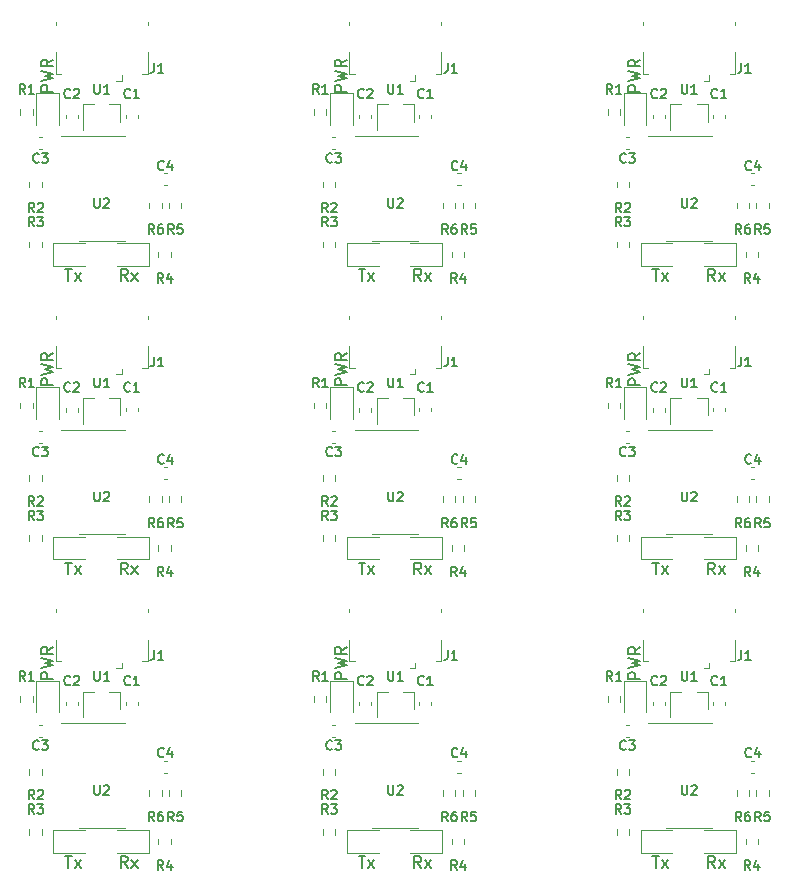
<source format=gbr>
G04 #@! TF.GenerationSoftware,KiCad,Pcbnew,5.1.5+dfsg1-2build2*
G04 #@! TF.CreationDate,2021-09-30T13:46:44+00:00*
G04 #@! TF.ProjectId,mcp2221a-breakout-panel,6d637032-3232-4316-912d-627265616b6f,rev?*
G04 #@! TF.SameCoordinates,Original*
G04 #@! TF.FileFunction,Legend,Top*
G04 #@! TF.FilePolarity,Positive*
%FSLAX46Y46*%
G04 Gerber Fmt 4.6, Leading zero omitted, Abs format (unit mm)*
G04 Created by KiCad (PCBNEW 5.1.5+dfsg1-2build2) date 2021-09-30 13:46:44*
%MOMM*%
%LPD*%
G04 APERTURE LIST*
%ADD10C,0.120000*%
%ADD11C,0.150000*%
G04 APERTURE END LIST*
D10*
G04 #@! TO.C,C1*
X102770012Y-96291595D02*
X102770012Y-96010435D01*
X101750012Y-96291595D02*
X101750012Y-96010435D01*
G04 #@! TO.C,C2*
X97690012Y-96304595D02*
X97690012Y-96023435D01*
X96670012Y-96304595D02*
X96670012Y-96023435D01*
G04 #@! TO.C,C3*
X94653592Y-97940015D02*
X94372432Y-97940015D01*
X94653592Y-98960015D02*
X94372432Y-98960015D01*
G04 #@! TO.C,C4*
X104976932Y-102008015D02*
X105258092Y-102008015D01*
X104976932Y-100988015D02*
X105258092Y-100988015D01*
G04 #@! TO.C,D1*
X94188012Y-94225015D02*
X94188012Y-96910015D01*
X96108012Y-94225015D02*
X94188012Y-94225015D01*
X96108012Y-96910015D02*
X96108012Y-94225015D01*
G04 #@! TO.C,J1*
X101420012Y-93142515D02*
X101420012Y-92692515D01*
X101420012Y-93142515D02*
X100970012Y-93142515D01*
X95820012Y-92592515D02*
X96270012Y-92592515D01*
X95820012Y-90742515D02*
X95820012Y-92592515D01*
X103620012Y-88192515D02*
X103620012Y-88442515D01*
X95820012Y-88192515D02*
X95820012Y-88442515D01*
X103620012Y-90742515D02*
X103620012Y-92592515D01*
X103620012Y-92592515D02*
X103170012Y-92592515D01*
G04 #@! TO.C,R1*
X93892512Y-96020273D02*
X93892512Y-95545757D01*
X92847512Y-96020273D02*
X92847512Y-95545757D01*
G04 #@! TO.C,R2*
X93609512Y-101704757D02*
X93609512Y-102179273D01*
X94654512Y-101704757D02*
X94654512Y-102179273D01*
G04 #@! TO.C,R3*
X93609512Y-106785757D02*
X93609512Y-107260273D01*
X94654512Y-106785757D02*
X94654512Y-107260273D01*
G04 #@! TO.C,R4*
X105576512Y-108085273D02*
X105576512Y-107610757D01*
X104531512Y-108085273D02*
X104531512Y-107610757D01*
G04 #@! TO.C,U2*
X99720012Y-97825015D02*
X96270012Y-97825015D01*
X99720012Y-97825015D02*
X101670012Y-97825015D01*
X99720012Y-106695015D02*
X97770012Y-106695015D01*
X99720012Y-106695015D02*
X101670012Y-106695015D01*
G04 #@! TO.C,D2*
X98307012Y-106888015D02*
X95622012Y-106888015D01*
X95622012Y-106888015D02*
X95622012Y-108808015D01*
X95622012Y-108808015D02*
X98307012Y-108808015D01*
G04 #@! TO.C,D3*
X101006012Y-108808015D02*
X103691012Y-108808015D01*
X103691012Y-108808015D02*
X103691012Y-106888015D01*
X103691012Y-106888015D02*
X101006012Y-106888015D01*
G04 #@! TO.C,R5*
X105420512Y-103957273D02*
X105420512Y-103482757D01*
X106465512Y-103957273D02*
X106465512Y-103482757D01*
G04 #@! TO.C,R6*
X103769512Y-103957273D02*
X103769512Y-103482757D01*
X104814512Y-103957273D02*
X104814512Y-103482757D01*
G04 #@! TO.C,U1*
X101300012Y-95150015D02*
X101300012Y-96610015D01*
X98140012Y-95150015D02*
X98140012Y-97310015D01*
X98140012Y-95150015D02*
X99070012Y-95150015D01*
X101300012Y-95150015D02*
X100370012Y-95150015D01*
G04 #@! TO.C,C1*
X77910005Y-96291595D02*
X77910005Y-96010435D01*
X76890005Y-96291595D02*
X76890005Y-96010435D01*
G04 #@! TO.C,C2*
X72830005Y-96304595D02*
X72830005Y-96023435D01*
X71810005Y-96304595D02*
X71810005Y-96023435D01*
G04 #@! TO.C,C3*
X69793585Y-97940015D02*
X69512425Y-97940015D01*
X69793585Y-98960015D02*
X69512425Y-98960015D01*
G04 #@! TO.C,C4*
X80116925Y-102008015D02*
X80398085Y-102008015D01*
X80116925Y-100988015D02*
X80398085Y-100988015D01*
G04 #@! TO.C,D1*
X69328005Y-94225015D02*
X69328005Y-96910015D01*
X71248005Y-94225015D02*
X69328005Y-94225015D01*
X71248005Y-96910015D02*
X71248005Y-94225015D01*
G04 #@! TO.C,J1*
X76560005Y-93142515D02*
X76560005Y-92692515D01*
X76560005Y-93142515D02*
X76110005Y-93142515D01*
X70960005Y-92592515D02*
X71410005Y-92592515D01*
X70960005Y-90742515D02*
X70960005Y-92592515D01*
X78760005Y-88192515D02*
X78760005Y-88442515D01*
X70960005Y-88192515D02*
X70960005Y-88442515D01*
X78760005Y-90742515D02*
X78760005Y-92592515D01*
X78760005Y-92592515D02*
X78310005Y-92592515D01*
G04 #@! TO.C,R1*
X69032505Y-96020273D02*
X69032505Y-95545757D01*
X67987505Y-96020273D02*
X67987505Y-95545757D01*
G04 #@! TO.C,R2*
X68749505Y-101704757D02*
X68749505Y-102179273D01*
X69794505Y-101704757D02*
X69794505Y-102179273D01*
G04 #@! TO.C,R3*
X68749505Y-106785757D02*
X68749505Y-107260273D01*
X69794505Y-106785757D02*
X69794505Y-107260273D01*
G04 #@! TO.C,R4*
X80716505Y-108085273D02*
X80716505Y-107610757D01*
X79671505Y-108085273D02*
X79671505Y-107610757D01*
G04 #@! TO.C,U2*
X74860005Y-97825015D02*
X71410005Y-97825015D01*
X74860005Y-97825015D02*
X76810005Y-97825015D01*
X74860005Y-106695015D02*
X72910005Y-106695015D01*
X74860005Y-106695015D02*
X76810005Y-106695015D01*
G04 #@! TO.C,D2*
X73447005Y-106888015D02*
X70762005Y-106888015D01*
X70762005Y-106888015D02*
X70762005Y-108808015D01*
X70762005Y-108808015D02*
X73447005Y-108808015D01*
G04 #@! TO.C,D3*
X76146005Y-108808015D02*
X78831005Y-108808015D01*
X78831005Y-108808015D02*
X78831005Y-106888015D01*
X78831005Y-106888015D02*
X76146005Y-106888015D01*
G04 #@! TO.C,R5*
X80560505Y-103957273D02*
X80560505Y-103482757D01*
X81605505Y-103957273D02*
X81605505Y-103482757D01*
G04 #@! TO.C,R6*
X78909505Y-103957273D02*
X78909505Y-103482757D01*
X79954505Y-103957273D02*
X79954505Y-103482757D01*
G04 #@! TO.C,U1*
X76440005Y-95150015D02*
X76440005Y-96610015D01*
X73280005Y-95150015D02*
X73280005Y-97310015D01*
X73280005Y-95150015D02*
X74210005Y-95150015D01*
X76440005Y-95150015D02*
X75510005Y-95150015D01*
G04 #@! TO.C,C1*
X53049998Y-96291595D02*
X53049998Y-96010435D01*
X52029998Y-96291595D02*
X52029998Y-96010435D01*
G04 #@! TO.C,C2*
X47969998Y-96304595D02*
X47969998Y-96023435D01*
X46949998Y-96304595D02*
X46949998Y-96023435D01*
G04 #@! TO.C,C3*
X44933578Y-97940015D02*
X44652418Y-97940015D01*
X44933578Y-98960015D02*
X44652418Y-98960015D01*
G04 #@! TO.C,C4*
X55256918Y-102008015D02*
X55538078Y-102008015D01*
X55256918Y-100988015D02*
X55538078Y-100988015D01*
G04 #@! TO.C,D1*
X44467998Y-94225015D02*
X44467998Y-96910015D01*
X46387998Y-94225015D02*
X44467998Y-94225015D01*
X46387998Y-96910015D02*
X46387998Y-94225015D01*
G04 #@! TO.C,J1*
X51699998Y-93142515D02*
X51699998Y-92692515D01*
X51699998Y-93142515D02*
X51249998Y-93142515D01*
X46099998Y-92592515D02*
X46549998Y-92592515D01*
X46099998Y-90742515D02*
X46099998Y-92592515D01*
X53899998Y-88192515D02*
X53899998Y-88442515D01*
X46099998Y-88192515D02*
X46099998Y-88442515D01*
X53899998Y-90742515D02*
X53899998Y-92592515D01*
X53899998Y-92592515D02*
X53449998Y-92592515D01*
G04 #@! TO.C,R1*
X44172498Y-96020273D02*
X44172498Y-95545757D01*
X43127498Y-96020273D02*
X43127498Y-95545757D01*
G04 #@! TO.C,R2*
X43889498Y-101704757D02*
X43889498Y-102179273D01*
X44934498Y-101704757D02*
X44934498Y-102179273D01*
G04 #@! TO.C,R3*
X43889498Y-106785757D02*
X43889498Y-107260273D01*
X44934498Y-106785757D02*
X44934498Y-107260273D01*
G04 #@! TO.C,R4*
X55856498Y-108085273D02*
X55856498Y-107610757D01*
X54811498Y-108085273D02*
X54811498Y-107610757D01*
G04 #@! TO.C,U2*
X49999998Y-97825015D02*
X46549998Y-97825015D01*
X49999998Y-97825015D02*
X51949998Y-97825015D01*
X49999998Y-106695015D02*
X48049998Y-106695015D01*
X49999998Y-106695015D02*
X51949998Y-106695015D01*
G04 #@! TO.C,D2*
X48586998Y-106888015D02*
X45901998Y-106888015D01*
X45901998Y-106888015D02*
X45901998Y-108808015D01*
X45901998Y-108808015D02*
X48586998Y-108808015D01*
G04 #@! TO.C,D3*
X51285998Y-108808015D02*
X53970998Y-108808015D01*
X53970998Y-108808015D02*
X53970998Y-106888015D01*
X53970998Y-106888015D02*
X51285998Y-106888015D01*
G04 #@! TO.C,R5*
X55700498Y-103957273D02*
X55700498Y-103482757D01*
X56745498Y-103957273D02*
X56745498Y-103482757D01*
G04 #@! TO.C,R6*
X54049498Y-103957273D02*
X54049498Y-103482757D01*
X55094498Y-103957273D02*
X55094498Y-103482757D01*
G04 #@! TO.C,U1*
X51579998Y-95150015D02*
X51579998Y-96610015D01*
X48419998Y-95150015D02*
X48419998Y-97310015D01*
X48419998Y-95150015D02*
X49349998Y-95150015D01*
X51579998Y-95150015D02*
X50649998Y-95150015D01*
G04 #@! TO.C,C1*
X102770012Y-71431586D02*
X102770012Y-71150426D01*
X101750012Y-71431586D02*
X101750012Y-71150426D01*
G04 #@! TO.C,C2*
X97690012Y-71444586D02*
X97690012Y-71163426D01*
X96670012Y-71444586D02*
X96670012Y-71163426D01*
G04 #@! TO.C,C3*
X94653592Y-73080006D02*
X94372432Y-73080006D01*
X94653592Y-74100006D02*
X94372432Y-74100006D01*
G04 #@! TO.C,C4*
X104976932Y-77148006D02*
X105258092Y-77148006D01*
X104976932Y-76128006D02*
X105258092Y-76128006D01*
G04 #@! TO.C,D1*
X94188012Y-69365006D02*
X94188012Y-72050006D01*
X96108012Y-69365006D02*
X94188012Y-69365006D01*
X96108012Y-72050006D02*
X96108012Y-69365006D01*
G04 #@! TO.C,J1*
X101420012Y-68282506D02*
X101420012Y-67832506D01*
X101420012Y-68282506D02*
X100970012Y-68282506D01*
X95820012Y-67732506D02*
X96270012Y-67732506D01*
X95820012Y-65882506D02*
X95820012Y-67732506D01*
X103620012Y-63332506D02*
X103620012Y-63582506D01*
X95820012Y-63332506D02*
X95820012Y-63582506D01*
X103620012Y-65882506D02*
X103620012Y-67732506D01*
X103620012Y-67732506D02*
X103170012Y-67732506D01*
G04 #@! TO.C,R1*
X93892512Y-71160264D02*
X93892512Y-70685748D01*
X92847512Y-71160264D02*
X92847512Y-70685748D01*
G04 #@! TO.C,R2*
X93609512Y-76844748D02*
X93609512Y-77319264D01*
X94654512Y-76844748D02*
X94654512Y-77319264D01*
G04 #@! TO.C,R3*
X93609512Y-81925748D02*
X93609512Y-82400264D01*
X94654512Y-81925748D02*
X94654512Y-82400264D01*
G04 #@! TO.C,R4*
X105576512Y-83225264D02*
X105576512Y-82750748D01*
X104531512Y-83225264D02*
X104531512Y-82750748D01*
G04 #@! TO.C,U2*
X99720012Y-72965006D02*
X96270012Y-72965006D01*
X99720012Y-72965006D02*
X101670012Y-72965006D01*
X99720012Y-81835006D02*
X97770012Y-81835006D01*
X99720012Y-81835006D02*
X101670012Y-81835006D01*
G04 #@! TO.C,D2*
X98307012Y-82028006D02*
X95622012Y-82028006D01*
X95622012Y-82028006D02*
X95622012Y-83948006D01*
X95622012Y-83948006D02*
X98307012Y-83948006D01*
G04 #@! TO.C,D3*
X101006012Y-83948006D02*
X103691012Y-83948006D01*
X103691012Y-83948006D02*
X103691012Y-82028006D01*
X103691012Y-82028006D02*
X101006012Y-82028006D01*
G04 #@! TO.C,R5*
X105420512Y-79097264D02*
X105420512Y-78622748D01*
X106465512Y-79097264D02*
X106465512Y-78622748D01*
G04 #@! TO.C,R6*
X103769512Y-79097264D02*
X103769512Y-78622748D01*
X104814512Y-79097264D02*
X104814512Y-78622748D01*
G04 #@! TO.C,U1*
X101300012Y-70290006D02*
X101300012Y-71750006D01*
X98140012Y-70290006D02*
X98140012Y-72450006D01*
X98140012Y-70290006D02*
X99070012Y-70290006D01*
X101300012Y-70290006D02*
X100370012Y-70290006D01*
G04 #@! TO.C,C1*
X77910005Y-71431586D02*
X77910005Y-71150426D01*
X76890005Y-71431586D02*
X76890005Y-71150426D01*
G04 #@! TO.C,C2*
X72830005Y-71444586D02*
X72830005Y-71163426D01*
X71810005Y-71444586D02*
X71810005Y-71163426D01*
G04 #@! TO.C,C3*
X69793585Y-73080006D02*
X69512425Y-73080006D01*
X69793585Y-74100006D02*
X69512425Y-74100006D01*
G04 #@! TO.C,C4*
X80116925Y-77148006D02*
X80398085Y-77148006D01*
X80116925Y-76128006D02*
X80398085Y-76128006D01*
G04 #@! TO.C,D1*
X69328005Y-69365006D02*
X69328005Y-72050006D01*
X71248005Y-69365006D02*
X69328005Y-69365006D01*
X71248005Y-72050006D02*
X71248005Y-69365006D01*
G04 #@! TO.C,J1*
X76560005Y-68282506D02*
X76560005Y-67832506D01*
X76560005Y-68282506D02*
X76110005Y-68282506D01*
X70960005Y-67732506D02*
X71410005Y-67732506D01*
X70960005Y-65882506D02*
X70960005Y-67732506D01*
X78760005Y-63332506D02*
X78760005Y-63582506D01*
X70960005Y-63332506D02*
X70960005Y-63582506D01*
X78760005Y-65882506D02*
X78760005Y-67732506D01*
X78760005Y-67732506D02*
X78310005Y-67732506D01*
G04 #@! TO.C,R1*
X69032505Y-71160264D02*
X69032505Y-70685748D01*
X67987505Y-71160264D02*
X67987505Y-70685748D01*
G04 #@! TO.C,R2*
X68749505Y-76844748D02*
X68749505Y-77319264D01*
X69794505Y-76844748D02*
X69794505Y-77319264D01*
G04 #@! TO.C,R3*
X68749505Y-81925748D02*
X68749505Y-82400264D01*
X69794505Y-81925748D02*
X69794505Y-82400264D01*
G04 #@! TO.C,R4*
X80716505Y-83225264D02*
X80716505Y-82750748D01*
X79671505Y-83225264D02*
X79671505Y-82750748D01*
G04 #@! TO.C,U2*
X74860005Y-72965006D02*
X71410005Y-72965006D01*
X74860005Y-72965006D02*
X76810005Y-72965006D01*
X74860005Y-81835006D02*
X72910005Y-81835006D01*
X74860005Y-81835006D02*
X76810005Y-81835006D01*
G04 #@! TO.C,D2*
X73447005Y-82028006D02*
X70762005Y-82028006D01*
X70762005Y-82028006D02*
X70762005Y-83948006D01*
X70762005Y-83948006D02*
X73447005Y-83948006D01*
G04 #@! TO.C,D3*
X76146005Y-83948006D02*
X78831005Y-83948006D01*
X78831005Y-83948006D02*
X78831005Y-82028006D01*
X78831005Y-82028006D02*
X76146005Y-82028006D01*
G04 #@! TO.C,R5*
X80560505Y-79097264D02*
X80560505Y-78622748D01*
X81605505Y-79097264D02*
X81605505Y-78622748D01*
G04 #@! TO.C,R6*
X78909505Y-79097264D02*
X78909505Y-78622748D01*
X79954505Y-79097264D02*
X79954505Y-78622748D01*
G04 #@! TO.C,U1*
X76440005Y-70290006D02*
X76440005Y-71750006D01*
X73280005Y-70290006D02*
X73280005Y-72450006D01*
X73280005Y-70290006D02*
X74210005Y-70290006D01*
X76440005Y-70290006D02*
X75510005Y-70290006D01*
G04 #@! TO.C,C1*
X53049998Y-71431586D02*
X53049998Y-71150426D01*
X52029998Y-71431586D02*
X52029998Y-71150426D01*
G04 #@! TO.C,C2*
X47969998Y-71444586D02*
X47969998Y-71163426D01*
X46949998Y-71444586D02*
X46949998Y-71163426D01*
G04 #@! TO.C,C3*
X44933578Y-73080006D02*
X44652418Y-73080006D01*
X44933578Y-74100006D02*
X44652418Y-74100006D01*
G04 #@! TO.C,C4*
X55256918Y-77148006D02*
X55538078Y-77148006D01*
X55256918Y-76128006D02*
X55538078Y-76128006D01*
G04 #@! TO.C,D1*
X44467998Y-69365006D02*
X44467998Y-72050006D01*
X46387998Y-69365006D02*
X44467998Y-69365006D01*
X46387998Y-72050006D02*
X46387998Y-69365006D01*
G04 #@! TO.C,J1*
X51699998Y-68282506D02*
X51699998Y-67832506D01*
X51699998Y-68282506D02*
X51249998Y-68282506D01*
X46099998Y-67732506D02*
X46549998Y-67732506D01*
X46099998Y-65882506D02*
X46099998Y-67732506D01*
X53899998Y-63332506D02*
X53899998Y-63582506D01*
X46099998Y-63332506D02*
X46099998Y-63582506D01*
X53899998Y-65882506D02*
X53899998Y-67732506D01*
X53899998Y-67732506D02*
X53449998Y-67732506D01*
G04 #@! TO.C,R1*
X44172498Y-71160264D02*
X44172498Y-70685748D01*
X43127498Y-71160264D02*
X43127498Y-70685748D01*
G04 #@! TO.C,R2*
X43889498Y-76844748D02*
X43889498Y-77319264D01*
X44934498Y-76844748D02*
X44934498Y-77319264D01*
G04 #@! TO.C,R3*
X43889498Y-81925748D02*
X43889498Y-82400264D01*
X44934498Y-81925748D02*
X44934498Y-82400264D01*
G04 #@! TO.C,R4*
X55856498Y-83225264D02*
X55856498Y-82750748D01*
X54811498Y-83225264D02*
X54811498Y-82750748D01*
G04 #@! TO.C,U2*
X49999998Y-72965006D02*
X46549998Y-72965006D01*
X49999998Y-72965006D02*
X51949998Y-72965006D01*
X49999998Y-81835006D02*
X48049998Y-81835006D01*
X49999998Y-81835006D02*
X51949998Y-81835006D01*
G04 #@! TO.C,D2*
X48586998Y-82028006D02*
X45901998Y-82028006D01*
X45901998Y-82028006D02*
X45901998Y-83948006D01*
X45901998Y-83948006D02*
X48586998Y-83948006D01*
G04 #@! TO.C,D3*
X51285998Y-83948006D02*
X53970998Y-83948006D01*
X53970998Y-83948006D02*
X53970998Y-82028006D01*
X53970998Y-82028006D02*
X51285998Y-82028006D01*
G04 #@! TO.C,R5*
X55700498Y-79097264D02*
X55700498Y-78622748D01*
X56745498Y-79097264D02*
X56745498Y-78622748D01*
G04 #@! TO.C,R6*
X54049498Y-79097264D02*
X54049498Y-78622748D01*
X55094498Y-79097264D02*
X55094498Y-78622748D01*
G04 #@! TO.C,U1*
X51579998Y-70290006D02*
X51579998Y-71750006D01*
X48419998Y-70290006D02*
X48419998Y-72450006D01*
X48419998Y-70290006D02*
X49349998Y-70290006D01*
X51579998Y-70290006D02*
X50649998Y-70290006D01*
G04 #@! TO.C,C1*
X102770012Y-46571577D02*
X102770012Y-46290417D01*
X101750012Y-46571577D02*
X101750012Y-46290417D01*
G04 #@! TO.C,C2*
X97690012Y-46584577D02*
X97690012Y-46303417D01*
X96670012Y-46584577D02*
X96670012Y-46303417D01*
G04 #@! TO.C,C3*
X94653592Y-48219997D02*
X94372432Y-48219997D01*
X94653592Y-49239997D02*
X94372432Y-49239997D01*
G04 #@! TO.C,C4*
X104976932Y-52287997D02*
X105258092Y-52287997D01*
X104976932Y-51267997D02*
X105258092Y-51267997D01*
G04 #@! TO.C,D1*
X94188012Y-44504997D02*
X94188012Y-47189997D01*
X96108012Y-44504997D02*
X94188012Y-44504997D01*
X96108012Y-47189997D02*
X96108012Y-44504997D01*
G04 #@! TO.C,J1*
X101420012Y-43422497D02*
X101420012Y-42972497D01*
X101420012Y-43422497D02*
X100970012Y-43422497D01*
X95820012Y-42872497D02*
X96270012Y-42872497D01*
X95820012Y-41022497D02*
X95820012Y-42872497D01*
X103620012Y-38472497D02*
X103620012Y-38722497D01*
X95820012Y-38472497D02*
X95820012Y-38722497D01*
X103620012Y-41022497D02*
X103620012Y-42872497D01*
X103620012Y-42872497D02*
X103170012Y-42872497D01*
G04 #@! TO.C,R1*
X93892512Y-46300255D02*
X93892512Y-45825739D01*
X92847512Y-46300255D02*
X92847512Y-45825739D01*
G04 #@! TO.C,R2*
X93609512Y-51984739D02*
X93609512Y-52459255D01*
X94654512Y-51984739D02*
X94654512Y-52459255D01*
G04 #@! TO.C,R3*
X93609512Y-57065739D02*
X93609512Y-57540255D01*
X94654512Y-57065739D02*
X94654512Y-57540255D01*
G04 #@! TO.C,R4*
X105576512Y-58365255D02*
X105576512Y-57890739D01*
X104531512Y-58365255D02*
X104531512Y-57890739D01*
G04 #@! TO.C,U2*
X99720012Y-48104997D02*
X96270012Y-48104997D01*
X99720012Y-48104997D02*
X101670012Y-48104997D01*
X99720012Y-56974997D02*
X97770012Y-56974997D01*
X99720012Y-56974997D02*
X101670012Y-56974997D01*
G04 #@! TO.C,D2*
X98307012Y-57167997D02*
X95622012Y-57167997D01*
X95622012Y-57167997D02*
X95622012Y-59087997D01*
X95622012Y-59087997D02*
X98307012Y-59087997D01*
G04 #@! TO.C,D3*
X101006012Y-59087997D02*
X103691012Y-59087997D01*
X103691012Y-59087997D02*
X103691012Y-57167997D01*
X103691012Y-57167997D02*
X101006012Y-57167997D01*
G04 #@! TO.C,R5*
X105420512Y-54237255D02*
X105420512Y-53762739D01*
X106465512Y-54237255D02*
X106465512Y-53762739D01*
G04 #@! TO.C,R6*
X103769512Y-54237255D02*
X103769512Y-53762739D01*
X104814512Y-54237255D02*
X104814512Y-53762739D01*
G04 #@! TO.C,U1*
X101300012Y-45429997D02*
X101300012Y-46889997D01*
X98140012Y-45429997D02*
X98140012Y-47589997D01*
X98140012Y-45429997D02*
X99070012Y-45429997D01*
X101300012Y-45429997D02*
X100370012Y-45429997D01*
G04 #@! TO.C,C1*
X77910005Y-46571577D02*
X77910005Y-46290417D01*
X76890005Y-46571577D02*
X76890005Y-46290417D01*
G04 #@! TO.C,C2*
X72830005Y-46584577D02*
X72830005Y-46303417D01*
X71810005Y-46584577D02*
X71810005Y-46303417D01*
G04 #@! TO.C,C3*
X69793585Y-48219997D02*
X69512425Y-48219997D01*
X69793585Y-49239997D02*
X69512425Y-49239997D01*
G04 #@! TO.C,C4*
X80116925Y-52287997D02*
X80398085Y-52287997D01*
X80116925Y-51267997D02*
X80398085Y-51267997D01*
G04 #@! TO.C,D1*
X69328005Y-44504997D02*
X69328005Y-47189997D01*
X71248005Y-44504997D02*
X69328005Y-44504997D01*
X71248005Y-47189997D02*
X71248005Y-44504997D01*
G04 #@! TO.C,J1*
X76560005Y-43422497D02*
X76560005Y-42972497D01*
X76560005Y-43422497D02*
X76110005Y-43422497D01*
X70960005Y-42872497D02*
X71410005Y-42872497D01*
X70960005Y-41022497D02*
X70960005Y-42872497D01*
X78760005Y-38472497D02*
X78760005Y-38722497D01*
X70960005Y-38472497D02*
X70960005Y-38722497D01*
X78760005Y-41022497D02*
X78760005Y-42872497D01*
X78760005Y-42872497D02*
X78310005Y-42872497D01*
G04 #@! TO.C,R1*
X69032505Y-46300255D02*
X69032505Y-45825739D01*
X67987505Y-46300255D02*
X67987505Y-45825739D01*
G04 #@! TO.C,R2*
X68749505Y-51984739D02*
X68749505Y-52459255D01*
X69794505Y-51984739D02*
X69794505Y-52459255D01*
G04 #@! TO.C,R3*
X68749505Y-57065739D02*
X68749505Y-57540255D01*
X69794505Y-57065739D02*
X69794505Y-57540255D01*
G04 #@! TO.C,R4*
X80716505Y-58365255D02*
X80716505Y-57890739D01*
X79671505Y-58365255D02*
X79671505Y-57890739D01*
G04 #@! TO.C,U2*
X74860005Y-48104997D02*
X71410005Y-48104997D01*
X74860005Y-48104997D02*
X76810005Y-48104997D01*
X74860005Y-56974997D02*
X72910005Y-56974997D01*
X74860005Y-56974997D02*
X76810005Y-56974997D01*
G04 #@! TO.C,D2*
X73447005Y-57167997D02*
X70762005Y-57167997D01*
X70762005Y-57167997D02*
X70762005Y-59087997D01*
X70762005Y-59087997D02*
X73447005Y-59087997D01*
G04 #@! TO.C,D3*
X76146005Y-59087997D02*
X78831005Y-59087997D01*
X78831005Y-59087997D02*
X78831005Y-57167997D01*
X78831005Y-57167997D02*
X76146005Y-57167997D01*
G04 #@! TO.C,R5*
X80560505Y-54237255D02*
X80560505Y-53762739D01*
X81605505Y-54237255D02*
X81605505Y-53762739D01*
G04 #@! TO.C,R6*
X78909505Y-54237255D02*
X78909505Y-53762739D01*
X79954505Y-54237255D02*
X79954505Y-53762739D01*
G04 #@! TO.C,U1*
X76440005Y-45429997D02*
X76440005Y-46889997D01*
X73280005Y-45429997D02*
X73280005Y-47589997D01*
X73280005Y-45429997D02*
X74210005Y-45429997D01*
X76440005Y-45429997D02*
X75510005Y-45429997D01*
G04 #@! TO.C,C1*
X53049998Y-46571577D02*
X53049998Y-46290417D01*
X52029998Y-46571577D02*
X52029998Y-46290417D01*
G04 #@! TO.C,C2*
X47969998Y-46584577D02*
X47969998Y-46303417D01*
X46949998Y-46584577D02*
X46949998Y-46303417D01*
G04 #@! TO.C,C3*
X44933578Y-48219997D02*
X44652418Y-48219997D01*
X44933578Y-49239997D02*
X44652418Y-49239997D01*
G04 #@! TO.C,C4*
X55256918Y-52287997D02*
X55538078Y-52287997D01*
X55256918Y-51267997D02*
X55538078Y-51267997D01*
G04 #@! TO.C,D1*
X44467998Y-44504997D02*
X44467998Y-47189997D01*
X46387998Y-44504997D02*
X44467998Y-44504997D01*
X46387998Y-47189997D02*
X46387998Y-44504997D01*
G04 #@! TO.C,J1*
X51699998Y-43422497D02*
X51699998Y-42972497D01*
X51699998Y-43422497D02*
X51249998Y-43422497D01*
X46099998Y-42872497D02*
X46549998Y-42872497D01*
X46099998Y-41022497D02*
X46099998Y-42872497D01*
X53899998Y-38472497D02*
X53899998Y-38722497D01*
X46099998Y-38472497D02*
X46099998Y-38722497D01*
X53899998Y-41022497D02*
X53899998Y-42872497D01*
X53899998Y-42872497D02*
X53449998Y-42872497D01*
G04 #@! TO.C,R1*
X44172498Y-46300255D02*
X44172498Y-45825739D01*
X43127498Y-46300255D02*
X43127498Y-45825739D01*
G04 #@! TO.C,R2*
X43889498Y-51984739D02*
X43889498Y-52459255D01*
X44934498Y-51984739D02*
X44934498Y-52459255D01*
G04 #@! TO.C,R3*
X43889498Y-57065739D02*
X43889498Y-57540255D01*
X44934498Y-57065739D02*
X44934498Y-57540255D01*
G04 #@! TO.C,R4*
X55856498Y-58365255D02*
X55856498Y-57890739D01*
X54811498Y-58365255D02*
X54811498Y-57890739D01*
G04 #@! TO.C,U2*
X49999998Y-48104997D02*
X46549998Y-48104997D01*
X49999998Y-48104997D02*
X51949998Y-48104997D01*
X49999998Y-56974997D02*
X48049998Y-56974997D01*
X49999998Y-56974997D02*
X51949998Y-56974997D01*
G04 #@! TO.C,D2*
X48586998Y-57167997D02*
X45901998Y-57167997D01*
X45901998Y-57167997D02*
X45901998Y-59087997D01*
X45901998Y-59087997D02*
X48586998Y-59087997D01*
G04 #@! TO.C,D3*
X51285998Y-59087997D02*
X53970998Y-59087997D01*
X53970998Y-59087997D02*
X53970998Y-57167997D01*
X53970998Y-57167997D02*
X51285998Y-57167997D01*
G04 #@! TO.C,R5*
X55700498Y-54237255D02*
X55700498Y-53762739D01*
X56745498Y-54237255D02*
X56745498Y-53762739D01*
G04 #@! TO.C,R6*
X54049498Y-54237255D02*
X54049498Y-53762739D01*
X55094498Y-54237255D02*
X55094498Y-53762739D01*
G04 #@! TO.C,U1*
X51579998Y-45429997D02*
X51579998Y-46889997D01*
X48419998Y-45429997D02*
X48419998Y-47589997D01*
X48419998Y-45429997D02*
X49349998Y-45429997D01*
X51579998Y-45429997D02*
X50649998Y-45429997D01*
G04 #@! TO.C,C1*
D11*
X102126678Y-94544729D02*
X102088583Y-94582824D01*
X101974297Y-94620919D01*
X101898107Y-94620919D01*
X101783821Y-94582824D01*
X101707631Y-94506634D01*
X101669535Y-94430443D01*
X101631440Y-94278062D01*
X101631440Y-94163776D01*
X101669535Y-94011395D01*
X101707631Y-93935205D01*
X101783821Y-93859015D01*
X101898107Y-93820919D01*
X101974297Y-93820919D01*
X102088583Y-93859015D01*
X102126678Y-93897110D01*
X102888583Y-94620919D02*
X102431440Y-94620919D01*
X102660012Y-94620919D02*
X102660012Y-93820919D01*
X102583821Y-93935205D01*
X102507631Y-94011395D01*
X102431440Y-94049491D01*
G04 #@! TO.C,C2*
X97046678Y-94544729D02*
X97008583Y-94582824D01*
X96894297Y-94620919D01*
X96818107Y-94620919D01*
X96703821Y-94582824D01*
X96627631Y-94506634D01*
X96589535Y-94430443D01*
X96551440Y-94278062D01*
X96551440Y-94163776D01*
X96589535Y-94011395D01*
X96627631Y-93935205D01*
X96703821Y-93859015D01*
X96818107Y-93820919D01*
X96894297Y-93820919D01*
X97008583Y-93859015D01*
X97046678Y-93897110D01*
X97351440Y-93897110D02*
X97389535Y-93859015D01*
X97465726Y-93820919D01*
X97656202Y-93820919D01*
X97732392Y-93859015D01*
X97770488Y-93897110D01*
X97808583Y-93973300D01*
X97808583Y-94049491D01*
X97770488Y-94163776D01*
X97313345Y-94620919D01*
X97808583Y-94620919D01*
G04 #@! TO.C,C3*
X94379678Y-100005729D02*
X94341583Y-100043824D01*
X94227297Y-100081919D01*
X94151107Y-100081919D01*
X94036821Y-100043824D01*
X93960631Y-99967634D01*
X93922535Y-99891443D01*
X93884440Y-99739062D01*
X93884440Y-99624776D01*
X93922535Y-99472395D01*
X93960631Y-99396205D01*
X94036821Y-99320015D01*
X94151107Y-99281919D01*
X94227297Y-99281919D01*
X94341583Y-99320015D01*
X94379678Y-99358110D01*
X94646345Y-99281919D02*
X95141583Y-99281919D01*
X94874916Y-99586681D01*
X94989202Y-99586681D01*
X95065392Y-99624776D01*
X95103488Y-99662872D01*
X95141583Y-99739062D01*
X95141583Y-99929538D01*
X95103488Y-100005729D01*
X95065392Y-100043824D01*
X94989202Y-100081919D01*
X94760631Y-100081919D01*
X94684440Y-100043824D01*
X94646345Y-100005729D01*
G04 #@! TO.C,C4*
X104984178Y-100640729D02*
X104946083Y-100678824D01*
X104831797Y-100716919D01*
X104755607Y-100716919D01*
X104641321Y-100678824D01*
X104565131Y-100602634D01*
X104527035Y-100526443D01*
X104488940Y-100374062D01*
X104488940Y-100259776D01*
X104527035Y-100107395D01*
X104565131Y-100031205D01*
X104641321Y-99955015D01*
X104755607Y-99916919D01*
X104831797Y-99916919D01*
X104946083Y-99955015D01*
X104984178Y-99993110D01*
X105669892Y-100183586D02*
X105669892Y-100716919D01*
X105479416Y-99878824D02*
X105288940Y-100450253D01*
X105784178Y-100450253D01*
G04 #@! TO.C,D1*
X95600392Y-94068348D02*
X94600392Y-94068348D01*
X94600392Y-93687395D01*
X94648012Y-93592157D01*
X94695631Y-93544538D01*
X94790869Y-93496919D01*
X94933726Y-93496919D01*
X95028964Y-93544538D01*
X95076583Y-93592157D01*
X95124202Y-93687395D01*
X95124202Y-94068348D01*
X94600392Y-93163586D02*
X95600392Y-92925491D01*
X94886107Y-92735015D01*
X95600392Y-92544538D01*
X94600392Y-92306443D01*
X95600392Y-91354062D02*
X95124202Y-91687395D01*
X95600392Y-91925491D02*
X94600392Y-91925491D01*
X94600392Y-91544538D01*
X94648012Y-91449300D01*
X94695631Y-91401681D01*
X94790869Y-91354062D01*
X94933726Y-91354062D01*
X95028964Y-91401681D01*
X95076583Y-91449300D01*
X95124202Y-91544538D01*
X95124202Y-91925491D01*
G04 #@! TO.C,J1*
X104152345Y-91661919D02*
X104152345Y-92233348D01*
X104114250Y-92347634D01*
X104038059Y-92423824D01*
X103923773Y-92461919D01*
X103847583Y-92461919D01*
X104952345Y-92461919D02*
X104495202Y-92461919D01*
X104723773Y-92461919D02*
X104723773Y-91661919D01*
X104647583Y-91776205D01*
X104571392Y-91852395D01*
X104495202Y-91890491D01*
G04 #@! TO.C,R1*
X93236678Y-94239919D02*
X92970012Y-93858967D01*
X92779535Y-94239919D02*
X92779535Y-93439919D01*
X93084297Y-93439919D01*
X93160488Y-93478015D01*
X93198583Y-93516110D01*
X93236678Y-93592300D01*
X93236678Y-93706586D01*
X93198583Y-93782776D01*
X93160488Y-93820872D01*
X93084297Y-93858967D01*
X92779535Y-93858967D01*
X93998583Y-94239919D02*
X93541440Y-94239919D01*
X93770012Y-94239919D02*
X93770012Y-93439919D01*
X93693821Y-93554205D01*
X93617631Y-93630395D01*
X93541440Y-93668491D01*
G04 #@! TO.C,R2*
X93998678Y-104272919D02*
X93732012Y-103891967D01*
X93541535Y-104272919D02*
X93541535Y-103472919D01*
X93846297Y-103472919D01*
X93922488Y-103511015D01*
X93960583Y-103549110D01*
X93998678Y-103625300D01*
X93998678Y-103739586D01*
X93960583Y-103815776D01*
X93922488Y-103853872D01*
X93846297Y-103891967D01*
X93541535Y-103891967D01*
X94303440Y-103549110D02*
X94341535Y-103511015D01*
X94417726Y-103472919D01*
X94608202Y-103472919D01*
X94684392Y-103511015D01*
X94722488Y-103549110D01*
X94760583Y-103625300D01*
X94760583Y-103701491D01*
X94722488Y-103815776D01*
X94265345Y-104272919D01*
X94760583Y-104272919D01*
G04 #@! TO.C,R3*
X93998678Y-105479419D02*
X93732012Y-105098467D01*
X93541535Y-105479419D02*
X93541535Y-104679419D01*
X93846297Y-104679419D01*
X93922488Y-104717515D01*
X93960583Y-104755610D01*
X93998678Y-104831800D01*
X93998678Y-104946086D01*
X93960583Y-105022276D01*
X93922488Y-105060372D01*
X93846297Y-105098467D01*
X93541535Y-105098467D01*
X94265345Y-104679419D02*
X94760583Y-104679419D01*
X94493916Y-104984181D01*
X94608202Y-104984181D01*
X94684392Y-105022276D01*
X94722488Y-105060372D01*
X94760583Y-105136562D01*
X94760583Y-105327038D01*
X94722488Y-105403229D01*
X94684392Y-105441324D01*
X94608202Y-105479419D01*
X94379631Y-105479419D01*
X94303440Y-105441324D01*
X94265345Y-105403229D01*
G04 #@! TO.C,R4*
X104920678Y-110241919D02*
X104654012Y-109860967D01*
X104463535Y-110241919D02*
X104463535Y-109441919D01*
X104768297Y-109441919D01*
X104844488Y-109480015D01*
X104882583Y-109518110D01*
X104920678Y-109594300D01*
X104920678Y-109708586D01*
X104882583Y-109784776D01*
X104844488Y-109822872D01*
X104768297Y-109860967D01*
X104463535Y-109860967D01*
X105606392Y-109708586D02*
X105606392Y-110241919D01*
X105415916Y-109403824D02*
X105225440Y-109975253D01*
X105720678Y-109975253D01*
G04 #@! TO.C,U2*
X99110488Y-103091919D02*
X99110488Y-103739538D01*
X99148583Y-103815729D01*
X99186678Y-103853824D01*
X99262869Y-103891919D01*
X99415250Y-103891919D01*
X99491440Y-103853824D01*
X99529535Y-103815729D01*
X99567631Y-103739538D01*
X99567631Y-103091919D01*
X99910488Y-103168110D02*
X99948583Y-103130015D01*
X100024773Y-103091919D01*
X100215250Y-103091919D01*
X100291440Y-103130015D01*
X100329535Y-103168110D01*
X100367631Y-103244300D01*
X100367631Y-103320491D01*
X100329535Y-103434776D01*
X99872392Y-103891919D01*
X100367631Y-103891919D01*
G04 #@! TO.C,D2*
X96616535Y-109078395D02*
X97187964Y-109078395D01*
X96902250Y-110078395D02*
X96902250Y-109078395D01*
X97426059Y-110078395D02*
X97949869Y-109411729D01*
X97426059Y-109411729D02*
X97949869Y-110078395D01*
G04 #@! TO.C,D3*
X101910773Y-110078395D02*
X101577440Y-109602205D01*
X101339345Y-110078395D02*
X101339345Y-109078395D01*
X101720297Y-109078395D01*
X101815535Y-109126015D01*
X101863154Y-109173634D01*
X101910773Y-109268872D01*
X101910773Y-109411729D01*
X101863154Y-109506967D01*
X101815535Y-109554586D01*
X101720297Y-109602205D01*
X101339345Y-109602205D01*
X102244107Y-110078395D02*
X102767916Y-109411729D01*
X102244107Y-109411729D02*
X102767916Y-110078395D01*
G04 #@! TO.C,R5*
X105809678Y-106113919D02*
X105543012Y-105732967D01*
X105352535Y-106113919D02*
X105352535Y-105313919D01*
X105657297Y-105313919D01*
X105733488Y-105352015D01*
X105771583Y-105390110D01*
X105809678Y-105466300D01*
X105809678Y-105580586D01*
X105771583Y-105656776D01*
X105733488Y-105694872D01*
X105657297Y-105732967D01*
X105352535Y-105732967D01*
X106533488Y-105313919D02*
X106152535Y-105313919D01*
X106114440Y-105694872D01*
X106152535Y-105656776D01*
X106228726Y-105618681D01*
X106419202Y-105618681D01*
X106495392Y-105656776D01*
X106533488Y-105694872D01*
X106571583Y-105771062D01*
X106571583Y-105961538D01*
X106533488Y-106037729D01*
X106495392Y-106075824D01*
X106419202Y-106113919D01*
X106228726Y-106113919D01*
X106152535Y-106075824D01*
X106114440Y-106037729D01*
G04 #@! TO.C,R6*
X104158678Y-106113919D02*
X103892012Y-105732967D01*
X103701535Y-106113919D02*
X103701535Y-105313919D01*
X104006297Y-105313919D01*
X104082488Y-105352015D01*
X104120583Y-105390110D01*
X104158678Y-105466300D01*
X104158678Y-105580586D01*
X104120583Y-105656776D01*
X104082488Y-105694872D01*
X104006297Y-105732967D01*
X103701535Y-105732967D01*
X104844392Y-105313919D02*
X104692012Y-105313919D01*
X104615821Y-105352015D01*
X104577726Y-105390110D01*
X104501535Y-105504395D01*
X104463440Y-105656776D01*
X104463440Y-105961538D01*
X104501535Y-106037729D01*
X104539631Y-106075824D01*
X104615821Y-106113919D01*
X104768202Y-106113919D01*
X104844392Y-106075824D01*
X104882488Y-106037729D01*
X104920583Y-105961538D01*
X104920583Y-105771062D01*
X104882488Y-105694872D01*
X104844392Y-105656776D01*
X104768202Y-105618681D01*
X104615821Y-105618681D01*
X104539631Y-105656776D01*
X104501535Y-105694872D01*
X104463440Y-105771062D01*
G04 #@! TO.C,U1*
X99110488Y-93439919D02*
X99110488Y-94087538D01*
X99148583Y-94163729D01*
X99186678Y-94201824D01*
X99262869Y-94239919D01*
X99415250Y-94239919D01*
X99491440Y-94201824D01*
X99529535Y-94163729D01*
X99567631Y-94087538D01*
X99567631Y-93439919D01*
X100367631Y-94239919D02*
X99910488Y-94239919D01*
X100139059Y-94239919D02*
X100139059Y-93439919D01*
X100062869Y-93554205D01*
X99986678Y-93630395D01*
X99910488Y-93668491D01*
G04 #@! TO.C,C1*
X77266671Y-94544729D02*
X77228576Y-94582824D01*
X77114290Y-94620919D01*
X77038100Y-94620919D01*
X76923814Y-94582824D01*
X76847624Y-94506634D01*
X76809528Y-94430443D01*
X76771433Y-94278062D01*
X76771433Y-94163776D01*
X76809528Y-94011395D01*
X76847624Y-93935205D01*
X76923814Y-93859015D01*
X77038100Y-93820919D01*
X77114290Y-93820919D01*
X77228576Y-93859015D01*
X77266671Y-93897110D01*
X78028576Y-94620919D02*
X77571433Y-94620919D01*
X77800005Y-94620919D02*
X77800005Y-93820919D01*
X77723814Y-93935205D01*
X77647624Y-94011395D01*
X77571433Y-94049491D01*
G04 #@! TO.C,C2*
X72186671Y-94544729D02*
X72148576Y-94582824D01*
X72034290Y-94620919D01*
X71958100Y-94620919D01*
X71843814Y-94582824D01*
X71767624Y-94506634D01*
X71729528Y-94430443D01*
X71691433Y-94278062D01*
X71691433Y-94163776D01*
X71729528Y-94011395D01*
X71767624Y-93935205D01*
X71843814Y-93859015D01*
X71958100Y-93820919D01*
X72034290Y-93820919D01*
X72148576Y-93859015D01*
X72186671Y-93897110D01*
X72491433Y-93897110D02*
X72529528Y-93859015D01*
X72605719Y-93820919D01*
X72796195Y-93820919D01*
X72872385Y-93859015D01*
X72910481Y-93897110D01*
X72948576Y-93973300D01*
X72948576Y-94049491D01*
X72910481Y-94163776D01*
X72453338Y-94620919D01*
X72948576Y-94620919D01*
G04 #@! TO.C,C3*
X69519671Y-100005729D02*
X69481576Y-100043824D01*
X69367290Y-100081919D01*
X69291100Y-100081919D01*
X69176814Y-100043824D01*
X69100624Y-99967634D01*
X69062528Y-99891443D01*
X69024433Y-99739062D01*
X69024433Y-99624776D01*
X69062528Y-99472395D01*
X69100624Y-99396205D01*
X69176814Y-99320015D01*
X69291100Y-99281919D01*
X69367290Y-99281919D01*
X69481576Y-99320015D01*
X69519671Y-99358110D01*
X69786338Y-99281919D02*
X70281576Y-99281919D01*
X70014909Y-99586681D01*
X70129195Y-99586681D01*
X70205385Y-99624776D01*
X70243481Y-99662872D01*
X70281576Y-99739062D01*
X70281576Y-99929538D01*
X70243481Y-100005729D01*
X70205385Y-100043824D01*
X70129195Y-100081919D01*
X69900624Y-100081919D01*
X69824433Y-100043824D01*
X69786338Y-100005729D01*
G04 #@! TO.C,C4*
X80124171Y-100640729D02*
X80086076Y-100678824D01*
X79971790Y-100716919D01*
X79895600Y-100716919D01*
X79781314Y-100678824D01*
X79705124Y-100602634D01*
X79667028Y-100526443D01*
X79628933Y-100374062D01*
X79628933Y-100259776D01*
X79667028Y-100107395D01*
X79705124Y-100031205D01*
X79781314Y-99955015D01*
X79895600Y-99916919D01*
X79971790Y-99916919D01*
X80086076Y-99955015D01*
X80124171Y-99993110D01*
X80809885Y-100183586D02*
X80809885Y-100716919D01*
X80619409Y-99878824D02*
X80428933Y-100450253D01*
X80924171Y-100450253D01*
G04 #@! TO.C,D1*
X70740385Y-94068348D02*
X69740385Y-94068348D01*
X69740385Y-93687395D01*
X69788005Y-93592157D01*
X69835624Y-93544538D01*
X69930862Y-93496919D01*
X70073719Y-93496919D01*
X70168957Y-93544538D01*
X70216576Y-93592157D01*
X70264195Y-93687395D01*
X70264195Y-94068348D01*
X69740385Y-93163586D02*
X70740385Y-92925491D01*
X70026100Y-92735015D01*
X70740385Y-92544538D01*
X69740385Y-92306443D01*
X70740385Y-91354062D02*
X70264195Y-91687395D01*
X70740385Y-91925491D02*
X69740385Y-91925491D01*
X69740385Y-91544538D01*
X69788005Y-91449300D01*
X69835624Y-91401681D01*
X69930862Y-91354062D01*
X70073719Y-91354062D01*
X70168957Y-91401681D01*
X70216576Y-91449300D01*
X70264195Y-91544538D01*
X70264195Y-91925491D01*
G04 #@! TO.C,J1*
X79292338Y-91661919D02*
X79292338Y-92233348D01*
X79254243Y-92347634D01*
X79178052Y-92423824D01*
X79063766Y-92461919D01*
X78987576Y-92461919D01*
X80092338Y-92461919D02*
X79635195Y-92461919D01*
X79863766Y-92461919D02*
X79863766Y-91661919D01*
X79787576Y-91776205D01*
X79711385Y-91852395D01*
X79635195Y-91890491D01*
G04 #@! TO.C,R1*
X68376671Y-94239919D02*
X68110005Y-93858967D01*
X67919528Y-94239919D02*
X67919528Y-93439919D01*
X68224290Y-93439919D01*
X68300481Y-93478015D01*
X68338576Y-93516110D01*
X68376671Y-93592300D01*
X68376671Y-93706586D01*
X68338576Y-93782776D01*
X68300481Y-93820872D01*
X68224290Y-93858967D01*
X67919528Y-93858967D01*
X69138576Y-94239919D02*
X68681433Y-94239919D01*
X68910005Y-94239919D02*
X68910005Y-93439919D01*
X68833814Y-93554205D01*
X68757624Y-93630395D01*
X68681433Y-93668491D01*
G04 #@! TO.C,R2*
X69138671Y-104272919D02*
X68872005Y-103891967D01*
X68681528Y-104272919D02*
X68681528Y-103472919D01*
X68986290Y-103472919D01*
X69062481Y-103511015D01*
X69100576Y-103549110D01*
X69138671Y-103625300D01*
X69138671Y-103739586D01*
X69100576Y-103815776D01*
X69062481Y-103853872D01*
X68986290Y-103891967D01*
X68681528Y-103891967D01*
X69443433Y-103549110D02*
X69481528Y-103511015D01*
X69557719Y-103472919D01*
X69748195Y-103472919D01*
X69824385Y-103511015D01*
X69862481Y-103549110D01*
X69900576Y-103625300D01*
X69900576Y-103701491D01*
X69862481Y-103815776D01*
X69405338Y-104272919D01*
X69900576Y-104272919D01*
G04 #@! TO.C,R3*
X69138671Y-105479419D02*
X68872005Y-105098467D01*
X68681528Y-105479419D02*
X68681528Y-104679419D01*
X68986290Y-104679419D01*
X69062481Y-104717515D01*
X69100576Y-104755610D01*
X69138671Y-104831800D01*
X69138671Y-104946086D01*
X69100576Y-105022276D01*
X69062481Y-105060372D01*
X68986290Y-105098467D01*
X68681528Y-105098467D01*
X69405338Y-104679419D02*
X69900576Y-104679419D01*
X69633909Y-104984181D01*
X69748195Y-104984181D01*
X69824385Y-105022276D01*
X69862481Y-105060372D01*
X69900576Y-105136562D01*
X69900576Y-105327038D01*
X69862481Y-105403229D01*
X69824385Y-105441324D01*
X69748195Y-105479419D01*
X69519624Y-105479419D01*
X69443433Y-105441324D01*
X69405338Y-105403229D01*
G04 #@! TO.C,R4*
X80060671Y-110241919D02*
X79794005Y-109860967D01*
X79603528Y-110241919D02*
X79603528Y-109441919D01*
X79908290Y-109441919D01*
X79984481Y-109480015D01*
X80022576Y-109518110D01*
X80060671Y-109594300D01*
X80060671Y-109708586D01*
X80022576Y-109784776D01*
X79984481Y-109822872D01*
X79908290Y-109860967D01*
X79603528Y-109860967D01*
X80746385Y-109708586D02*
X80746385Y-110241919D01*
X80555909Y-109403824D02*
X80365433Y-109975253D01*
X80860671Y-109975253D01*
G04 #@! TO.C,U2*
X74250481Y-103091919D02*
X74250481Y-103739538D01*
X74288576Y-103815729D01*
X74326671Y-103853824D01*
X74402862Y-103891919D01*
X74555243Y-103891919D01*
X74631433Y-103853824D01*
X74669528Y-103815729D01*
X74707624Y-103739538D01*
X74707624Y-103091919D01*
X75050481Y-103168110D02*
X75088576Y-103130015D01*
X75164766Y-103091919D01*
X75355243Y-103091919D01*
X75431433Y-103130015D01*
X75469528Y-103168110D01*
X75507624Y-103244300D01*
X75507624Y-103320491D01*
X75469528Y-103434776D01*
X75012385Y-103891919D01*
X75507624Y-103891919D01*
G04 #@! TO.C,D2*
X71756528Y-109078395D02*
X72327957Y-109078395D01*
X72042243Y-110078395D02*
X72042243Y-109078395D01*
X72566052Y-110078395D02*
X73089862Y-109411729D01*
X72566052Y-109411729D02*
X73089862Y-110078395D01*
G04 #@! TO.C,D3*
X77050766Y-110078395D02*
X76717433Y-109602205D01*
X76479338Y-110078395D02*
X76479338Y-109078395D01*
X76860290Y-109078395D01*
X76955528Y-109126015D01*
X77003147Y-109173634D01*
X77050766Y-109268872D01*
X77050766Y-109411729D01*
X77003147Y-109506967D01*
X76955528Y-109554586D01*
X76860290Y-109602205D01*
X76479338Y-109602205D01*
X77384100Y-110078395D02*
X77907909Y-109411729D01*
X77384100Y-109411729D02*
X77907909Y-110078395D01*
G04 #@! TO.C,R5*
X80949671Y-106113919D02*
X80683005Y-105732967D01*
X80492528Y-106113919D02*
X80492528Y-105313919D01*
X80797290Y-105313919D01*
X80873481Y-105352015D01*
X80911576Y-105390110D01*
X80949671Y-105466300D01*
X80949671Y-105580586D01*
X80911576Y-105656776D01*
X80873481Y-105694872D01*
X80797290Y-105732967D01*
X80492528Y-105732967D01*
X81673481Y-105313919D02*
X81292528Y-105313919D01*
X81254433Y-105694872D01*
X81292528Y-105656776D01*
X81368719Y-105618681D01*
X81559195Y-105618681D01*
X81635385Y-105656776D01*
X81673481Y-105694872D01*
X81711576Y-105771062D01*
X81711576Y-105961538D01*
X81673481Y-106037729D01*
X81635385Y-106075824D01*
X81559195Y-106113919D01*
X81368719Y-106113919D01*
X81292528Y-106075824D01*
X81254433Y-106037729D01*
G04 #@! TO.C,R6*
X79298671Y-106113919D02*
X79032005Y-105732967D01*
X78841528Y-106113919D02*
X78841528Y-105313919D01*
X79146290Y-105313919D01*
X79222481Y-105352015D01*
X79260576Y-105390110D01*
X79298671Y-105466300D01*
X79298671Y-105580586D01*
X79260576Y-105656776D01*
X79222481Y-105694872D01*
X79146290Y-105732967D01*
X78841528Y-105732967D01*
X79984385Y-105313919D02*
X79832005Y-105313919D01*
X79755814Y-105352015D01*
X79717719Y-105390110D01*
X79641528Y-105504395D01*
X79603433Y-105656776D01*
X79603433Y-105961538D01*
X79641528Y-106037729D01*
X79679624Y-106075824D01*
X79755814Y-106113919D01*
X79908195Y-106113919D01*
X79984385Y-106075824D01*
X80022481Y-106037729D01*
X80060576Y-105961538D01*
X80060576Y-105771062D01*
X80022481Y-105694872D01*
X79984385Y-105656776D01*
X79908195Y-105618681D01*
X79755814Y-105618681D01*
X79679624Y-105656776D01*
X79641528Y-105694872D01*
X79603433Y-105771062D01*
G04 #@! TO.C,U1*
X74250481Y-93439919D02*
X74250481Y-94087538D01*
X74288576Y-94163729D01*
X74326671Y-94201824D01*
X74402862Y-94239919D01*
X74555243Y-94239919D01*
X74631433Y-94201824D01*
X74669528Y-94163729D01*
X74707624Y-94087538D01*
X74707624Y-93439919D01*
X75507624Y-94239919D02*
X75050481Y-94239919D01*
X75279052Y-94239919D02*
X75279052Y-93439919D01*
X75202862Y-93554205D01*
X75126671Y-93630395D01*
X75050481Y-93668491D01*
G04 #@! TO.C,C1*
X52406664Y-94544729D02*
X52368569Y-94582824D01*
X52254283Y-94620919D01*
X52178093Y-94620919D01*
X52063807Y-94582824D01*
X51987617Y-94506634D01*
X51949521Y-94430443D01*
X51911426Y-94278062D01*
X51911426Y-94163776D01*
X51949521Y-94011395D01*
X51987617Y-93935205D01*
X52063807Y-93859015D01*
X52178093Y-93820919D01*
X52254283Y-93820919D01*
X52368569Y-93859015D01*
X52406664Y-93897110D01*
X53168569Y-94620919D02*
X52711426Y-94620919D01*
X52939998Y-94620919D02*
X52939998Y-93820919D01*
X52863807Y-93935205D01*
X52787617Y-94011395D01*
X52711426Y-94049491D01*
G04 #@! TO.C,C2*
X47326664Y-94544729D02*
X47288569Y-94582824D01*
X47174283Y-94620919D01*
X47098093Y-94620919D01*
X46983807Y-94582824D01*
X46907617Y-94506634D01*
X46869521Y-94430443D01*
X46831426Y-94278062D01*
X46831426Y-94163776D01*
X46869521Y-94011395D01*
X46907617Y-93935205D01*
X46983807Y-93859015D01*
X47098093Y-93820919D01*
X47174283Y-93820919D01*
X47288569Y-93859015D01*
X47326664Y-93897110D01*
X47631426Y-93897110D02*
X47669521Y-93859015D01*
X47745712Y-93820919D01*
X47936188Y-93820919D01*
X48012378Y-93859015D01*
X48050474Y-93897110D01*
X48088569Y-93973300D01*
X48088569Y-94049491D01*
X48050474Y-94163776D01*
X47593331Y-94620919D01*
X48088569Y-94620919D01*
G04 #@! TO.C,C3*
X44659664Y-100005729D02*
X44621569Y-100043824D01*
X44507283Y-100081919D01*
X44431093Y-100081919D01*
X44316807Y-100043824D01*
X44240617Y-99967634D01*
X44202521Y-99891443D01*
X44164426Y-99739062D01*
X44164426Y-99624776D01*
X44202521Y-99472395D01*
X44240617Y-99396205D01*
X44316807Y-99320015D01*
X44431093Y-99281919D01*
X44507283Y-99281919D01*
X44621569Y-99320015D01*
X44659664Y-99358110D01*
X44926331Y-99281919D02*
X45421569Y-99281919D01*
X45154902Y-99586681D01*
X45269188Y-99586681D01*
X45345378Y-99624776D01*
X45383474Y-99662872D01*
X45421569Y-99739062D01*
X45421569Y-99929538D01*
X45383474Y-100005729D01*
X45345378Y-100043824D01*
X45269188Y-100081919D01*
X45040617Y-100081919D01*
X44964426Y-100043824D01*
X44926331Y-100005729D01*
G04 #@! TO.C,C4*
X55264164Y-100640729D02*
X55226069Y-100678824D01*
X55111783Y-100716919D01*
X55035593Y-100716919D01*
X54921307Y-100678824D01*
X54845117Y-100602634D01*
X54807021Y-100526443D01*
X54768926Y-100374062D01*
X54768926Y-100259776D01*
X54807021Y-100107395D01*
X54845117Y-100031205D01*
X54921307Y-99955015D01*
X55035593Y-99916919D01*
X55111783Y-99916919D01*
X55226069Y-99955015D01*
X55264164Y-99993110D01*
X55949878Y-100183586D02*
X55949878Y-100716919D01*
X55759402Y-99878824D02*
X55568926Y-100450253D01*
X56064164Y-100450253D01*
G04 #@! TO.C,D1*
X45880378Y-94068348D02*
X44880378Y-94068348D01*
X44880378Y-93687395D01*
X44927998Y-93592157D01*
X44975617Y-93544538D01*
X45070855Y-93496919D01*
X45213712Y-93496919D01*
X45308950Y-93544538D01*
X45356569Y-93592157D01*
X45404188Y-93687395D01*
X45404188Y-94068348D01*
X44880378Y-93163586D02*
X45880378Y-92925491D01*
X45166093Y-92735015D01*
X45880378Y-92544538D01*
X44880378Y-92306443D01*
X45880378Y-91354062D02*
X45404188Y-91687395D01*
X45880378Y-91925491D02*
X44880378Y-91925491D01*
X44880378Y-91544538D01*
X44927998Y-91449300D01*
X44975617Y-91401681D01*
X45070855Y-91354062D01*
X45213712Y-91354062D01*
X45308950Y-91401681D01*
X45356569Y-91449300D01*
X45404188Y-91544538D01*
X45404188Y-91925491D01*
G04 #@! TO.C,J1*
X54432331Y-91661919D02*
X54432331Y-92233348D01*
X54394236Y-92347634D01*
X54318045Y-92423824D01*
X54203759Y-92461919D01*
X54127569Y-92461919D01*
X55232331Y-92461919D02*
X54775188Y-92461919D01*
X55003759Y-92461919D02*
X55003759Y-91661919D01*
X54927569Y-91776205D01*
X54851378Y-91852395D01*
X54775188Y-91890491D01*
G04 #@! TO.C,R1*
X43516664Y-94239919D02*
X43249998Y-93858967D01*
X43059521Y-94239919D02*
X43059521Y-93439919D01*
X43364283Y-93439919D01*
X43440474Y-93478015D01*
X43478569Y-93516110D01*
X43516664Y-93592300D01*
X43516664Y-93706586D01*
X43478569Y-93782776D01*
X43440474Y-93820872D01*
X43364283Y-93858967D01*
X43059521Y-93858967D01*
X44278569Y-94239919D02*
X43821426Y-94239919D01*
X44049998Y-94239919D02*
X44049998Y-93439919D01*
X43973807Y-93554205D01*
X43897617Y-93630395D01*
X43821426Y-93668491D01*
G04 #@! TO.C,R2*
X44278664Y-104272919D02*
X44011998Y-103891967D01*
X43821521Y-104272919D02*
X43821521Y-103472919D01*
X44126283Y-103472919D01*
X44202474Y-103511015D01*
X44240569Y-103549110D01*
X44278664Y-103625300D01*
X44278664Y-103739586D01*
X44240569Y-103815776D01*
X44202474Y-103853872D01*
X44126283Y-103891967D01*
X43821521Y-103891967D01*
X44583426Y-103549110D02*
X44621521Y-103511015D01*
X44697712Y-103472919D01*
X44888188Y-103472919D01*
X44964378Y-103511015D01*
X45002474Y-103549110D01*
X45040569Y-103625300D01*
X45040569Y-103701491D01*
X45002474Y-103815776D01*
X44545331Y-104272919D01*
X45040569Y-104272919D01*
G04 #@! TO.C,R3*
X44278664Y-105479419D02*
X44011998Y-105098467D01*
X43821521Y-105479419D02*
X43821521Y-104679419D01*
X44126283Y-104679419D01*
X44202474Y-104717515D01*
X44240569Y-104755610D01*
X44278664Y-104831800D01*
X44278664Y-104946086D01*
X44240569Y-105022276D01*
X44202474Y-105060372D01*
X44126283Y-105098467D01*
X43821521Y-105098467D01*
X44545331Y-104679419D02*
X45040569Y-104679419D01*
X44773902Y-104984181D01*
X44888188Y-104984181D01*
X44964378Y-105022276D01*
X45002474Y-105060372D01*
X45040569Y-105136562D01*
X45040569Y-105327038D01*
X45002474Y-105403229D01*
X44964378Y-105441324D01*
X44888188Y-105479419D01*
X44659617Y-105479419D01*
X44583426Y-105441324D01*
X44545331Y-105403229D01*
G04 #@! TO.C,R4*
X55200664Y-110241919D02*
X54933998Y-109860967D01*
X54743521Y-110241919D02*
X54743521Y-109441919D01*
X55048283Y-109441919D01*
X55124474Y-109480015D01*
X55162569Y-109518110D01*
X55200664Y-109594300D01*
X55200664Y-109708586D01*
X55162569Y-109784776D01*
X55124474Y-109822872D01*
X55048283Y-109860967D01*
X54743521Y-109860967D01*
X55886378Y-109708586D02*
X55886378Y-110241919D01*
X55695902Y-109403824D02*
X55505426Y-109975253D01*
X56000664Y-109975253D01*
G04 #@! TO.C,U2*
X49390474Y-103091919D02*
X49390474Y-103739538D01*
X49428569Y-103815729D01*
X49466664Y-103853824D01*
X49542855Y-103891919D01*
X49695236Y-103891919D01*
X49771426Y-103853824D01*
X49809521Y-103815729D01*
X49847617Y-103739538D01*
X49847617Y-103091919D01*
X50190474Y-103168110D02*
X50228569Y-103130015D01*
X50304759Y-103091919D01*
X50495236Y-103091919D01*
X50571426Y-103130015D01*
X50609521Y-103168110D01*
X50647617Y-103244300D01*
X50647617Y-103320491D01*
X50609521Y-103434776D01*
X50152378Y-103891919D01*
X50647617Y-103891919D01*
G04 #@! TO.C,D2*
X46896521Y-109078395D02*
X47467950Y-109078395D01*
X47182236Y-110078395D02*
X47182236Y-109078395D01*
X47706045Y-110078395D02*
X48229855Y-109411729D01*
X47706045Y-109411729D02*
X48229855Y-110078395D01*
G04 #@! TO.C,D3*
X52190759Y-110078395D02*
X51857426Y-109602205D01*
X51619331Y-110078395D02*
X51619331Y-109078395D01*
X52000283Y-109078395D01*
X52095521Y-109126015D01*
X52143140Y-109173634D01*
X52190759Y-109268872D01*
X52190759Y-109411729D01*
X52143140Y-109506967D01*
X52095521Y-109554586D01*
X52000283Y-109602205D01*
X51619331Y-109602205D01*
X52524093Y-110078395D02*
X53047902Y-109411729D01*
X52524093Y-109411729D02*
X53047902Y-110078395D01*
G04 #@! TO.C,R5*
X56089664Y-106113919D02*
X55822998Y-105732967D01*
X55632521Y-106113919D02*
X55632521Y-105313919D01*
X55937283Y-105313919D01*
X56013474Y-105352015D01*
X56051569Y-105390110D01*
X56089664Y-105466300D01*
X56089664Y-105580586D01*
X56051569Y-105656776D01*
X56013474Y-105694872D01*
X55937283Y-105732967D01*
X55632521Y-105732967D01*
X56813474Y-105313919D02*
X56432521Y-105313919D01*
X56394426Y-105694872D01*
X56432521Y-105656776D01*
X56508712Y-105618681D01*
X56699188Y-105618681D01*
X56775378Y-105656776D01*
X56813474Y-105694872D01*
X56851569Y-105771062D01*
X56851569Y-105961538D01*
X56813474Y-106037729D01*
X56775378Y-106075824D01*
X56699188Y-106113919D01*
X56508712Y-106113919D01*
X56432521Y-106075824D01*
X56394426Y-106037729D01*
G04 #@! TO.C,R6*
X54438664Y-106113919D02*
X54171998Y-105732967D01*
X53981521Y-106113919D02*
X53981521Y-105313919D01*
X54286283Y-105313919D01*
X54362474Y-105352015D01*
X54400569Y-105390110D01*
X54438664Y-105466300D01*
X54438664Y-105580586D01*
X54400569Y-105656776D01*
X54362474Y-105694872D01*
X54286283Y-105732967D01*
X53981521Y-105732967D01*
X55124378Y-105313919D02*
X54971998Y-105313919D01*
X54895807Y-105352015D01*
X54857712Y-105390110D01*
X54781521Y-105504395D01*
X54743426Y-105656776D01*
X54743426Y-105961538D01*
X54781521Y-106037729D01*
X54819617Y-106075824D01*
X54895807Y-106113919D01*
X55048188Y-106113919D01*
X55124378Y-106075824D01*
X55162474Y-106037729D01*
X55200569Y-105961538D01*
X55200569Y-105771062D01*
X55162474Y-105694872D01*
X55124378Y-105656776D01*
X55048188Y-105618681D01*
X54895807Y-105618681D01*
X54819617Y-105656776D01*
X54781521Y-105694872D01*
X54743426Y-105771062D01*
G04 #@! TO.C,U1*
X49390474Y-93439919D02*
X49390474Y-94087538D01*
X49428569Y-94163729D01*
X49466664Y-94201824D01*
X49542855Y-94239919D01*
X49695236Y-94239919D01*
X49771426Y-94201824D01*
X49809521Y-94163729D01*
X49847617Y-94087538D01*
X49847617Y-93439919D01*
X50647617Y-94239919D02*
X50190474Y-94239919D01*
X50419045Y-94239919D02*
X50419045Y-93439919D01*
X50342855Y-93554205D01*
X50266664Y-93630395D01*
X50190474Y-93668491D01*
G04 #@! TO.C,C1*
X102126678Y-69684720D02*
X102088583Y-69722815D01*
X101974297Y-69760910D01*
X101898107Y-69760910D01*
X101783821Y-69722815D01*
X101707631Y-69646625D01*
X101669535Y-69570434D01*
X101631440Y-69418053D01*
X101631440Y-69303767D01*
X101669535Y-69151386D01*
X101707631Y-69075196D01*
X101783821Y-68999006D01*
X101898107Y-68960910D01*
X101974297Y-68960910D01*
X102088583Y-68999006D01*
X102126678Y-69037101D01*
X102888583Y-69760910D02*
X102431440Y-69760910D01*
X102660012Y-69760910D02*
X102660012Y-68960910D01*
X102583821Y-69075196D01*
X102507631Y-69151386D01*
X102431440Y-69189482D01*
G04 #@! TO.C,C2*
X97046678Y-69684720D02*
X97008583Y-69722815D01*
X96894297Y-69760910D01*
X96818107Y-69760910D01*
X96703821Y-69722815D01*
X96627631Y-69646625D01*
X96589535Y-69570434D01*
X96551440Y-69418053D01*
X96551440Y-69303767D01*
X96589535Y-69151386D01*
X96627631Y-69075196D01*
X96703821Y-68999006D01*
X96818107Y-68960910D01*
X96894297Y-68960910D01*
X97008583Y-68999006D01*
X97046678Y-69037101D01*
X97351440Y-69037101D02*
X97389535Y-68999006D01*
X97465726Y-68960910D01*
X97656202Y-68960910D01*
X97732392Y-68999006D01*
X97770488Y-69037101D01*
X97808583Y-69113291D01*
X97808583Y-69189482D01*
X97770488Y-69303767D01*
X97313345Y-69760910D01*
X97808583Y-69760910D01*
G04 #@! TO.C,C3*
X94379678Y-75145720D02*
X94341583Y-75183815D01*
X94227297Y-75221910D01*
X94151107Y-75221910D01*
X94036821Y-75183815D01*
X93960631Y-75107625D01*
X93922535Y-75031434D01*
X93884440Y-74879053D01*
X93884440Y-74764767D01*
X93922535Y-74612386D01*
X93960631Y-74536196D01*
X94036821Y-74460006D01*
X94151107Y-74421910D01*
X94227297Y-74421910D01*
X94341583Y-74460006D01*
X94379678Y-74498101D01*
X94646345Y-74421910D02*
X95141583Y-74421910D01*
X94874916Y-74726672D01*
X94989202Y-74726672D01*
X95065392Y-74764767D01*
X95103488Y-74802863D01*
X95141583Y-74879053D01*
X95141583Y-75069529D01*
X95103488Y-75145720D01*
X95065392Y-75183815D01*
X94989202Y-75221910D01*
X94760631Y-75221910D01*
X94684440Y-75183815D01*
X94646345Y-75145720D01*
G04 #@! TO.C,C4*
X104984178Y-75780720D02*
X104946083Y-75818815D01*
X104831797Y-75856910D01*
X104755607Y-75856910D01*
X104641321Y-75818815D01*
X104565131Y-75742625D01*
X104527035Y-75666434D01*
X104488940Y-75514053D01*
X104488940Y-75399767D01*
X104527035Y-75247386D01*
X104565131Y-75171196D01*
X104641321Y-75095006D01*
X104755607Y-75056910D01*
X104831797Y-75056910D01*
X104946083Y-75095006D01*
X104984178Y-75133101D01*
X105669892Y-75323577D02*
X105669892Y-75856910D01*
X105479416Y-75018815D02*
X105288940Y-75590244D01*
X105784178Y-75590244D01*
G04 #@! TO.C,D1*
X95600392Y-69208339D02*
X94600392Y-69208339D01*
X94600392Y-68827386D01*
X94648012Y-68732148D01*
X94695631Y-68684529D01*
X94790869Y-68636910D01*
X94933726Y-68636910D01*
X95028964Y-68684529D01*
X95076583Y-68732148D01*
X95124202Y-68827386D01*
X95124202Y-69208339D01*
X94600392Y-68303577D02*
X95600392Y-68065482D01*
X94886107Y-67875006D01*
X95600392Y-67684529D01*
X94600392Y-67446434D01*
X95600392Y-66494053D02*
X95124202Y-66827386D01*
X95600392Y-67065482D02*
X94600392Y-67065482D01*
X94600392Y-66684529D01*
X94648012Y-66589291D01*
X94695631Y-66541672D01*
X94790869Y-66494053D01*
X94933726Y-66494053D01*
X95028964Y-66541672D01*
X95076583Y-66589291D01*
X95124202Y-66684529D01*
X95124202Y-67065482D01*
G04 #@! TO.C,J1*
X104152345Y-66801910D02*
X104152345Y-67373339D01*
X104114250Y-67487625D01*
X104038059Y-67563815D01*
X103923773Y-67601910D01*
X103847583Y-67601910D01*
X104952345Y-67601910D02*
X104495202Y-67601910D01*
X104723773Y-67601910D02*
X104723773Y-66801910D01*
X104647583Y-66916196D01*
X104571392Y-66992386D01*
X104495202Y-67030482D01*
G04 #@! TO.C,R1*
X93236678Y-69379910D02*
X92970012Y-68998958D01*
X92779535Y-69379910D02*
X92779535Y-68579910D01*
X93084297Y-68579910D01*
X93160488Y-68618006D01*
X93198583Y-68656101D01*
X93236678Y-68732291D01*
X93236678Y-68846577D01*
X93198583Y-68922767D01*
X93160488Y-68960863D01*
X93084297Y-68998958D01*
X92779535Y-68998958D01*
X93998583Y-69379910D02*
X93541440Y-69379910D01*
X93770012Y-69379910D02*
X93770012Y-68579910D01*
X93693821Y-68694196D01*
X93617631Y-68770386D01*
X93541440Y-68808482D01*
G04 #@! TO.C,R2*
X93998678Y-79412910D02*
X93732012Y-79031958D01*
X93541535Y-79412910D02*
X93541535Y-78612910D01*
X93846297Y-78612910D01*
X93922488Y-78651006D01*
X93960583Y-78689101D01*
X93998678Y-78765291D01*
X93998678Y-78879577D01*
X93960583Y-78955767D01*
X93922488Y-78993863D01*
X93846297Y-79031958D01*
X93541535Y-79031958D01*
X94303440Y-78689101D02*
X94341535Y-78651006D01*
X94417726Y-78612910D01*
X94608202Y-78612910D01*
X94684392Y-78651006D01*
X94722488Y-78689101D01*
X94760583Y-78765291D01*
X94760583Y-78841482D01*
X94722488Y-78955767D01*
X94265345Y-79412910D01*
X94760583Y-79412910D01*
G04 #@! TO.C,R3*
X93998678Y-80619410D02*
X93732012Y-80238458D01*
X93541535Y-80619410D02*
X93541535Y-79819410D01*
X93846297Y-79819410D01*
X93922488Y-79857506D01*
X93960583Y-79895601D01*
X93998678Y-79971791D01*
X93998678Y-80086077D01*
X93960583Y-80162267D01*
X93922488Y-80200363D01*
X93846297Y-80238458D01*
X93541535Y-80238458D01*
X94265345Y-79819410D02*
X94760583Y-79819410D01*
X94493916Y-80124172D01*
X94608202Y-80124172D01*
X94684392Y-80162267D01*
X94722488Y-80200363D01*
X94760583Y-80276553D01*
X94760583Y-80467029D01*
X94722488Y-80543220D01*
X94684392Y-80581315D01*
X94608202Y-80619410D01*
X94379631Y-80619410D01*
X94303440Y-80581315D01*
X94265345Y-80543220D01*
G04 #@! TO.C,R4*
X104920678Y-85381910D02*
X104654012Y-85000958D01*
X104463535Y-85381910D02*
X104463535Y-84581910D01*
X104768297Y-84581910D01*
X104844488Y-84620006D01*
X104882583Y-84658101D01*
X104920678Y-84734291D01*
X104920678Y-84848577D01*
X104882583Y-84924767D01*
X104844488Y-84962863D01*
X104768297Y-85000958D01*
X104463535Y-85000958D01*
X105606392Y-84848577D02*
X105606392Y-85381910D01*
X105415916Y-84543815D02*
X105225440Y-85115244D01*
X105720678Y-85115244D01*
G04 #@! TO.C,U2*
X99110488Y-78231910D02*
X99110488Y-78879529D01*
X99148583Y-78955720D01*
X99186678Y-78993815D01*
X99262869Y-79031910D01*
X99415250Y-79031910D01*
X99491440Y-78993815D01*
X99529535Y-78955720D01*
X99567631Y-78879529D01*
X99567631Y-78231910D01*
X99910488Y-78308101D02*
X99948583Y-78270006D01*
X100024773Y-78231910D01*
X100215250Y-78231910D01*
X100291440Y-78270006D01*
X100329535Y-78308101D01*
X100367631Y-78384291D01*
X100367631Y-78460482D01*
X100329535Y-78574767D01*
X99872392Y-79031910D01*
X100367631Y-79031910D01*
G04 #@! TO.C,D2*
X96616535Y-84218386D02*
X97187964Y-84218386D01*
X96902250Y-85218386D02*
X96902250Y-84218386D01*
X97426059Y-85218386D02*
X97949869Y-84551720D01*
X97426059Y-84551720D02*
X97949869Y-85218386D01*
G04 #@! TO.C,D3*
X101910773Y-85218386D02*
X101577440Y-84742196D01*
X101339345Y-85218386D02*
X101339345Y-84218386D01*
X101720297Y-84218386D01*
X101815535Y-84266006D01*
X101863154Y-84313625D01*
X101910773Y-84408863D01*
X101910773Y-84551720D01*
X101863154Y-84646958D01*
X101815535Y-84694577D01*
X101720297Y-84742196D01*
X101339345Y-84742196D01*
X102244107Y-85218386D02*
X102767916Y-84551720D01*
X102244107Y-84551720D02*
X102767916Y-85218386D01*
G04 #@! TO.C,R5*
X105809678Y-81253910D02*
X105543012Y-80872958D01*
X105352535Y-81253910D02*
X105352535Y-80453910D01*
X105657297Y-80453910D01*
X105733488Y-80492006D01*
X105771583Y-80530101D01*
X105809678Y-80606291D01*
X105809678Y-80720577D01*
X105771583Y-80796767D01*
X105733488Y-80834863D01*
X105657297Y-80872958D01*
X105352535Y-80872958D01*
X106533488Y-80453910D02*
X106152535Y-80453910D01*
X106114440Y-80834863D01*
X106152535Y-80796767D01*
X106228726Y-80758672D01*
X106419202Y-80758672D01*
X106495392Y-80796767D01*
X106533488Y-80834863D01*
X106571583Y-80911053D01*
X106571583Y-81101529D01*
X106533488Y-81177720D01*
X106495392Y-81215815D01*
X106419202Y-81253910D01*
X106228726Y-81253910D01*
X106152535Y-81215815D01*
X106114440Y-81177720D01*
G04 #@! TO.C,R6*
X104158678Y-81253910D02*
X103892012Y-80872958D01*
X103701535Y-81253910D02*
X103701535Y-80453910D01*
X104006297Y-80453910D01*
X104082488Y-80492006D01*
X104120583Y-80530101D01*
X104158678Y-80606291D01*
X104158678Y-80720577D01*
X104120583Y-80796767D01*
X104082488Y-80834863D01*
X104006297Y-80872958D01*
X103701535Y-80872958D01*
X104844392Y-80453910D02*
X104692012Y-80453910D01*
X104615821Y-80492006D01*
X104577726Y-80530101D01*
X104501535Y-80644386D01*
X104463440Y-80796767D01*
X104463440Y-81101529D01*
X104501535Y-81177720D01*
X104539631Y-81215815D01*
X104615821Y-81253910D01*
X104768202Y-81253910D01*
X104844392Y-81215815D01*
X104882488Y-81177720D01*
X104920583Y-81101529D01*
X104920583Y-80911053D01*
X104882488Y-80834863D01*
X104844392Y-80796767D01*
X104768202Y-80758672D01*
X104615821Y-80758672D01*
X104539631Y-80796767D01*
X104501535Y-80834863D01*
X104463440Y-80911053D01*
G04 #@! TO.C,U1*
X99110488Y-68579910D02*
X99110488Y-69227529D01*
X99148583Y-69303720D01*
X99186678Y-69341815D01*
X99262869Y-69379910D01*
X99415250Y-69379910D01*
X99491440Y-69341815D01*
X99529535Y-69303720D01*
X99567631Y-69227529D01*
X99567631Y-68579910D01*
X100367631Y-69379910D02*
X99910488Y-69379910D01*
X100139059Y-69379910D02*
X100139059Y-68579910D01*
X100062869Y-68694196D01*
X99986678Y-68770386D01*
X99910488Y-68808482D01*
G04 #@! TO.C,C1*
X77266671Y-69684720D02*
X77228576Y-69722815D01*
X77114290Y-69760910D01*
X77038100Y-69760910D01*
X76923814Y-69722815D01*
X76847624Y-69646625D01*
X76809528Y-69570434D01*
X76771433Y-69418053D01*
X76771433Y-69303767D01*
X76809528Y-69151386D01*
X76847624Y-69075196D01*
X76923814Y-68999006D01*
X77038100Y-68960910D01*
X77114290Y-68960910D01*
X77228576Y-68999006D01*
X77266671Y-69037101D01*
X78028576Y-69760910D02*
X77571433Y-69760910D01*
X77800005Y-69760910D02*
X77800005Y-68960910D01*
X77723814Y-69075196D01*
X77647624Y-69151386D01*
X77571433Y-69189482D01*
G04 #@! TO.C,C2*
X72186671Y-69684720D02*
X72148576Y-69722815D01*
X72034290Y-69760910D01*
X71958100Y-69760910D01*
X71843814Y-69722815D01*
X71767624Y-69646625D01*
X71729528Y-69570434D01*
X71691433Y-69418053D01*
X71691433Y-69303767D01*
X71729528Y-69151386D01*
X71767624Y-69075196D01*
X71843814Y-68999006D01*
X71958100Y-68960910D01*
X72034290Y-68960910D01*
X72148576Y-68999006D01*
X72186671Y-69037101D01*
X72491433Y-69037101D02*
X72529528Y-68999006D01*
X72605719Y-68960910D01*
X72796195Y-68960910D01*
X72872385Y-68999006D01*
X72910481Y-69037101D01*
X72948576Y-69113291D01*
X72948576Y-69189482D01*
X72910481Y-69303767D01*
X72453338Y-69760910D01*
X72948576Y-69760910D01*
G04 #@! TO.C,C3*
X69519671Y-75145720D02*
X69481576Y-75183815D01*
X69367290Y-75221910D01*
X69291100Y-75221910D01*
X69176814Y-75183815D01*
X69100624Y-75107625D01*
X69062528Y-75031434D01*
X69024433Y-74879053D01*
X69024433Y-74764767D01*
X69062528Y-74612386D01*
X69100624Y-74536196D01*
X69176814Y-74460006D01*
X69291100Y-74421910D01*
X69367290Y-74421910D01*
X69481576Y-74460006D01*
X69519671Y-74498101D01*
X69786338Y-74421910D02*
X70281576Y-74421910D01*
X70014909Y-74726672D01*
X70129195Y-74726672D01*
X70205385Y-74764767D01*
X70243481Y-74802863D01*
X70281576Y-74879053D01*
X70281576Y-75069529D01*
X70243481Y-75145720D01*
X70205385Y-75183815D01*
X70129195Y-75221910D01*
X69900624Y-75221910D01*
X69824433Y-75183815D01*
X69786338Y-75145720D01*
G04 #@! TO.C,C4*
X80124171Y-75780720D02*
X80086076Y-75818815D01*
X79971790Y-75856910D01*
X79895600Y-75856910D01*
X79781314Y-75818815D01*
X79705124Y-75742625D01*
X79667028Y-75666434D01*
X79628933Y-75514053D01*
X79628933Y-75399767D01*
X79667028Y-75247386D01*
X79705124Y-75171196D01*
X79781314Y-75095006D01*
X79895600Y-75056910D01*
X79971790Y-75056910D01*
X80086076Y-75095006D01*
X80124171Y-75133101D01*
X80809885Y-75323577D02*
X80809885Y-75856910D01*
X80619409Y-75018815D02*
X80428933Y-75590244D01*
X80924171Y-75590244D01*
G04 #@! TO.C,D1*
X70740385Y-69208339D02*
X69740385Y-69208339D01*
X69740385Y-68827386D01*
X69788005Y-68732148D01*
X69835624Y-68684529D01*
X69930862Y-68636910D01*
X70073719Y-68636910D01*
X70168957Y-68684529D01*
X70216576Y-68732148D01*
X70264195Y-68827386D01*
X70264195Y-69208339D01*
X69740385Y-68303577D02*
X70740385Y-68065482D01*
X70026100Y-67875006D01*
X70740385Y-67684529D01*
X69740385Y-67446434D01*
X70740385Y-66494053D02*
X70264195Y-66827386D01*
X70740385Y-67065482D02*
X69740385Y-67065482D01*
X69740385Y-66684529D01*
X69788005Y-66589291D01*
X69835624Y-66541672D01*
X69930862Y-66494053D01*
X70073719Y-66494053D01*
X70168957Y-66541672D01*
X70216576Y-66589291D01*
X70264195Y-66684529D01*
X70264195Y-67065482D01*
G04 #@! TO.C,J1*
X79292338Y-66801910D02*
X79292338Y-67373339D01*
X79254243Y-67487625D01*
X79178052Y-67563815D01*
X79063766Y-67601910D01*
X78987576Y-67601910D01*
X80092338Y-67601910D02*
X79635195Y-67601910D01*
X79863766Y-67601910D02*
X79863766Y-66801910D01*
X79787576Y-66916196D01*
X79711385Y-66992386D01*
X79635195Y-67030482D01*
G04 #@! TO.C,R1*
X68376671Y-69379910D02*
X68110005Y-68998958D01*
X67919528Y-69379910D02*
X67919528Y-68579910D01*
X68224290Y-68579910D01*
X68300481Y-68618006D01*
X68338576Y-68656101D01*
X68376671Y-68732291D01*
X68376671Y-68846577D01*
X68338576Y-68922767D01*
X68300481Y-68960863D01*
X68224290Y-68998958D01*
X67919528Y-68998958D01*
X69138576Y-69379910D02*
X68681433Y-69379910D01*
X68910005Y-69379910D02*
X68910005Y-68579910D01*
X68833814Y-68694196D01*
X68757624Y-68770386D01*
X68681433Y-68808482D01*
G04 #@! TO.C,R2*
X69138671Y-79412910D02*
X68872005Y-79031958D01*
X68681528Y-79412910D02*
X68681528Y-78612910D01*
X68986290Y-78612910D01*
X69062481Y-78651006D01*
X69100576Y-78689101D01*
X69138671Y-78765291D01*
X69138671Y-78879577D01*
X69100576Y-78955767D01*
X69062481Y-78993863D01*
X68986290Y-79031958D01*
X68681528Y-79031958D01*
X69443433Y-78689101D02*
X69481528Y-78651006D01*
X69557719Y-78612910D01*
X69748195Y-78612910D01*
X69824385Y-78651006D01*
X69862481Y-78689101D01*
X69900576Y-78765291D01*
X69900576Y-78841482D01*
X69862481Y-78955767D01*
X69405338Y-79412910D01*
X69900576Y-79412910D01*
G04 #@! TO.C,R3*
X69138671Y-80619410D02*
X68872005Y-80238458D01*
X68681528Y-80619410D02*
X68681528Y-79819410D01*
X68986290Y-79819410D01*
X69062481Y-79857506D01*
X69100576Y-79895601D01*
X69138671Y-79971791D01*
X69138671Y-80086077D01*
X69100576Y-80162267D01*
X69062481Y-80200363D01*
X68986290Y-80238458D01*
X68681528Y-80238458D01*
X69405338Y-79819410D02*
X69900576Y-79819410D01*
X69633909Y-80124172D01*
X69748195Y-80124172D01*
X69824385Y-80162267D01*
X69862481Y-80200363D01*
X69900576Y-80276553D01*
X69900576Y-80467029D01*
X69862481Y-80543220D01*
X69824385Y-80581315D01*
X69748195Y-80619410D01*
X69519624Y-80619410D01*
X69443433Y-80581315D01*
X69405338Y-80543220D01*
G04 #@! TO.C,R4*
X80060671Y-85381910D02*
X79794005Y-85000958D01*
X79603528Y-85381910D02*
X79603528Y-84581910D01*
X79908290Y-84581910D01*
X79984481Y-84620006D01*
X80022576Y-84658101D01*
X80060671Y-84734291D01*
X80060671Y-84848577D01*
X80022576Y-84924767D01*
X79984481Y-84962863D01*
X79908290Y-85000958D01*
X79603528Y-85000958D01*
X80746385Y-84848577D02*
X80746385Y-85381910D01*
X80555909Y-84543815D02*
X80365433Y-85115244D01*
X80860671Y-85115244D01*
G04 #@! TO.C,U2*
X74250481Y-78231910D02*
X74250481Y-78879529D01*
X74288576Y-78955720D01*
X74326671Y-78993815D01*
X74402862Y-79031910D01*
X74555243Y-79031910D01*
X74631433Y-78993815D01*
X74669528Y-78955720D01*
X74707624Y-78879529D01*
X74707624Y-78231910D01*
X75050481Y-78308101D02*
X75088576Y-78270006D01*
X75164766Y-78231910D01*
X75355243Y-78231910D01*
X75431433Y-78270006D01*
X75469528Y-78308101D01*
X75507624Y-78384291D01*
X75507624Y-78460482D01*
X75469528Y-78574767D01*
X75012385Y-79031910D01*
X75507624Y-79031910D01*
G04 #@! TO.C,D2*
X71756528Y-84218386D02*
X72327957Y-84218386D01*
X72042243Y-85218386D02*
X72042243Y-84218386D01*
X72566052Y-85218386D02*
X73089862Y-84551720D01*
X72566052Y-84551720D02*
X73089862Y-85218386D01*
G04 #@! TO.C,D3*
X77050766Y-85218386D02*
X76717433Y-84742196D01*
X76479338Y-85218386D02*
X76479338Y-84218386D01*
X76860290Y-84218386D01*
X76955528Y-84266006D01*
X77003147Y-84313625D01*
X77050766Y-84408863D01*
X77050766Y-84551720D01*
X77003147Y-84646958D01*
X76955528Y-84694577D01*
X76860290Y-84742196D01*
X76479338Y-84742196D01*
X77384100Y-85218386D02*
X77907909Y-84551720D01*
X77384100Y-84551720D02*
X77907909Y-85218386D01*
G04 #@! TO.C,R5*
X80949671Y-81253910D02*
X80683005Y-80872958D01*
X80492528Y-81253910D02*
X80492528Y-80453910D01*
X80797290Y-80453910D01*
X80873481Y-80492006D01*
X80911576Y-80530101D01*
X80949671Y-80606291D01*
X80949671Y-80720577D01*
X80911576Y-80796767D01*
X80873481Y-80834863D01*
X80797290Y-80872958D01*
X80492528Y-80872958D01*
X81673481Y-80453910D02*
X81292528Y-80453910D01*
X81254433Y-80834863D01*
X81292528Y-80796767D01*
X81368719Y-80758672D01*
X81559195Y-80758672D01*
X81635385Y-80796767D01*
X81673481Y-80834863D01*
X81711576Y-80911053D01*
X81711576Y-81101529D01*
X81673481Y-81177720D01*
X81635385Y-81215815D01*
X81559195Y-81253910D01*
X81368719Y-81253910D01*
X81292528Y-81215815D01*
X81254433Y-81177720D01*
G04 #@! TO.C,R6*
X79298671Y-81253910D02*
X79032005Y-80872958D01*
X78841528Y-81253910D02*
X78841528Y-80453910D01*
X79146290Y-80453910D01*
X79222481Y-80492006D01*
X79260576Y-80530101D01*
X79298671Y-80606291D01*
X79298671Y-80720577D01*
X79260576Y-80796767D01*
X79222481Y-80834863D01*
X79146290Y-80872958D01*
X78841528Y-80872958D01*
X79984385Y-80453910D02*
X79832005Y-80453910D01*
X79755814Y-80492006D01*
X79717719Y-80530101D01*
X79641528Y-80644386D01*
X79603433Y-80796767D01*
X79603433Y-81101529D01*
X79641528Y-81177720D01*
X79679624Y-81215815D01*
X79755814Y-81253910D01*
X79908195Y-81253910D01*
X79984385Y-81215815D01*
X80022481Y-81177720D01*
X80060576Y-81101529D01*
X80060576Y-80911053D01*
X80022481Y-80834863D01*
X79984385Y-80796767D01*
X79908195Y-80758672D01*
X79755814Y-80758672D01*
X79679624Y-80796767D01*
X79641528Y-80834863D01*
X79603433Y-80911053D01*
G04 #@! TO.C,U1*
X74250481Y-68579910D02*
X74250481Y-69227529D01*
X74288576Y-69303720D01*
X74326671Y-69341815D01*
X74402862Y-69379910D01*
X74555243Y-69379910D01*
X74631433Y-69341815D01*
X74669528Y-69303720D01*
X74707624Y-69227529D01*
X74707624Y-68579910D01*
X75507624Y-69379910D02*
X75050481Y-69379910D01*
X75279052Y-69379910D02*
X75279052Y-68579910D01*
X75202862Y-68694196D01*
X75126671Y-68770386D01*
X75050481Y-68808482D01*
G04 #@! TO.C,C1*
X52406664Y-69684720D02*
X52368569Y-69722815D01*
X52254283Y-69760910D01*
X52178093Y-69760910D01*
X52063807Y-69722815D01*
X51987617Y-69646625D01*
X51949521Y-69570434D01*
X51911426Y-69418053D01*
X51911426Y-69303767D01*
X51949521Y-69151386D01*
X51987617Y-69075196D01*
X52063807Y-68999006D01*
X52178093Y-68960910D01*
X52254283Y-68960910D01*
X52368569Y-68999006D01*
X52406664Y-69037101D01*
X53168569Y-69760910D02*
X52711426Y-69760910D01*
X52939998Y-69760910D02*
X52939998Y-68960910D01*
X52863807Y-69075196D01*
X52787617Y-69151386D01*
X52711426Y-69189482D01*
G04 #@! TO.C,C2*
X47326664Y-69684720D02*
X47288569Y-69722815D01*
X47174283Y-69760910D01*
X47098093Y-69760910D01*
X46983807Y-69722815D01*
X46907617Y-69646625D01*
X46869521Y-69570434D01*
X46831426Y-69418053D01*
X46831426Y-69303767D01*
X46869521Y-69151386D01*
X46907617Y-69075196D01*
X46983807Y-68999006D01*
X47098093Y-68960910D01*
X47174283Y-68960910D01*
X47288569Y-68999006D01*
X47326664Y-69037101D01*
X47631426Y-69037101D02*
X47669521Y-68999006D01*
X47745712Y-68960910D01*
X47936188Y-68960910D01*
X48012378Y-68999006D01*
X48050474Y-69037101D01*
X48088569Y-69113291D01*
X48088569Y-69189482D01*
X48050474Y-69303767D01*
X47593331Y-69760910D01*
X48088569Y-69760910D01*
G04 #@! TO.C,C3*
X44659664Y-75145720D02*
X44621569Y-75183815D01*
X44507283Y-75221910D01*
X44431093Y-75221910D01*
X44316807Y-75183815D01*
X44240617Y-75107625D01*
X44202521Y-75031434D01*
X44164426Y-74879053D01*
X44164426Y-74764767D01*
X44202521Y-74612386D01*
X44240617Y-74536196D01*
X44316807Y-74460006D01*
X44431093Y-74421910D01*
X44507283Y-74421910D01*
X44621569Y-74460006D01*
X44659664Y-74498101D01*
X44926331Y-74421910D02*
X45421569Y-74421910D01*
X45154902Y-74726672D01*
X45269188Y-74726672D01*
X45345378Y-74764767D01*
X45383474Y-74802863D01*
X45421569Y-74879053D01*
X45421569Y-75069529D01*
X45383474Y-75145720D01*
X45345378Y-75183815D01*
X45269188Y-75221910D01*
X45040617Y-75221910D01*
X44964426Y-75183815D01*
X44926331Y-75145720D01*
G04 #@! TO.C,C4*
X55264164Y-75780720D02*
X55226069Y-75818815D01*
X55111783Y-75856910D01*
X55035593Y-75856910D01*
X54921307Y-75818815D01*
X54845117Y-75742625D01*
X54807021Y-75666434D01*
X54768926Y-75514053D01*
X54768926Y-75399767D01*
X54807021Y-75247386D01*
X54845117Y-75171196D01*
X54921307Y-75095006D01*
X55035593Y-75056910D01*
X55111783Y-75056910D01*
X55226069Y-75095006D01*
X55264164Y-75133101D01*
X55949878Y-75323577D02*
X55949878Y-75856910D01*
X55759402Y-75018815D02*
X55568926Y-75590244D01*
X56064164Y-75590244D01*
G04 #@! TO.C,D1*
X45880378Y-69208339D02*
X44880378Y-69208339D01*
X44880378Y-68827386D01*
X44927998Y-68732148D01*
X44975617Y-68684529D01*
X45070855Y-68636910D01*
X45213712Y-68636910D01*
X45308950Y-68684529D01*
X45356569Y-68732148D01*
X45404188Y-68827386D01*
X45404188Y-69208339D01*
X44880378Y-68303577D02*
X45880378Y-68065482D01*
X45166093Y-67875006D01*
X45880378Y-67684529D01*
X44880378Y-67446434D01*
X45880378Y-66494053D02*
X45404188Y-66827386D01*
X45880378Y-67065482D02*
X44880378Y-67065482D01*
X44880378Y-66684529D01*
X44927998Y-66589291D01*
X44975617Y-66541672D01*
X45070855Y-66494053D01*
X45213712Y-66494053D01*
X45308950Y-66541672D01*
X45356569Y-66589291D01*
X45404188Y-66684529D01*
X45404188Y-67065482D01*
G04 #@! TO.C,J1*
X54432331Y-66801910D02*
X54432331Y-67373339D01*
X54394236Y-67487625D01*
X54318045Y-67563815D01*
X54203759Y-67601910D01*
X54127569Y-67601910D01*
X55232331Y-67601910D02*
X54775188Y-67601910D01*
X55003759Y-67601910D02*
X55003759Y-66801910D01*
X54927569Y-66916196D01*
X54851378Y-66992386D01*
X54775188Y-67030482D01*
G04 #@! TO.C,R1*
X43516664Y-69379910D02*
X43249998Y-68998958D01*
X43059521Y-69379910D02*
X43059521Y-68579910D01*
X43364283Y-68579910D01*
X43440474Y-68618006D01*
X43478569Y-68656101D01*
X43516664Y-68732291D01*
X43516664Y-68846577D01*
X43478569Y-68922767D01*
X43440474Y-68960863D01*
X43364283Y-68998958D01*
X43059521Y-68998958D01*
X44278569Y-69379910D02*
X43821426Y-69379910D01*
X44049998Y-69379910D02*
X44049998Y-68579910D01*
X43973807Y-68694196D01*
X43897617Y-68770386D01*
X43821426Y-68808482D01*
G04 #@! TO.C,R2*
X44278664Y-79412910D02*
X44011998Y-79031958D01*
X43821521Y-79412910D02*
X43821521Y-78612910D01*
X44126283Y-78612910D01*
X44202474Y-78651006D01*
X44240569Y-78689101D01*
X44278664Y-78765291D01*
X44278664Y-78879577D01*
X44240569Y-78955767D01*
X44202474Y-78993863D01*
X44126283Y-79031958D01*
X43821521Y-79031958D01*
X44583426Y-78689101D02*
X44621521Y-78651006D01*
X44697712Y-78612910D01*
X44888188Y-78612910D01*
X44964378Y-78651006D01*
X45002474Y-78689101D01*
X45040569Y-78765291D01*
X45040569Y-78841482D01*
X45002474Y-78955767D01*
X44545331Y-79412910D01*
X45040569Y-79412910D01*
G04 #@! TO.C,R3*
X44278664Y-80619410D02*
X44011998Y-80238458D01*
X43821521Y-80619410D02*
X43821521Y-79819410D01*
X44126283Y-79819410D01*
X44202474Y-79857506D01*
X44240569Y-79895601D01*
X44278664Y-79971791D01*
X44278664Y-80086077D01*
X44240569Y-80162267D01*
X44202474Y-80200363D01*
X44126283Y-80238458D01*
X43821521Y-80238458D01*
X44545331Y-79819410D02*
X45040569Y-79819410D01*
X44773902Y-80124172D01*
X44888188Y-80124172D01*
X44964378Y-80162267D01*
X45002474Y-80200363D01*
X45040569Y-80276553D01*
X45040569Y-80467029D01*
X45002474Y-80543220D01*
X44964378Y-80581315D01*
X44888188Y-80619410D01*
X44659617Y-80619410D01*
X44583426Y-80581315D01*
X44545331Y-80543220D01*
G04 #@! TO.C,R4*
X55200664Y-85381910D02*
X54933998Y-85000958D01*
X54743521Y-85381910D02*
X54743521Y-84581910D01*
X55048283Y-84581910D01*
X55124474Y-84620006D01*
X55162569Y-84658101D01*
X55200664Y-84734291D01*
X55200664Y-84848577D01*
X55162569Y-84924767D01*
X55124474Y-84962863D01*
X55048283Y-85000958D01*
X54743521Y-85000958D01*
X55886378Y-84848577D02*
X55886378Y-85381910D01*
X55695902Y-84543815D02*
X55505426Y-85115244D01*
X56000664Y-85115244D01*
G04 #@! TO.C,U2*
X49390474Y-78231910D02*
X49390474Y-78879529D01*
X49428569Y-78955720D01*
X49466664Y-78993815D01*
X49542855Y-79031910D01*
X49695236Y-79031910D01*
X49771426Y-78993815D01*
X49809521Y-78955720D01*
X49847617Y-78879529D01*
X49847617Y-78231910D01*
X50190474Y-78308101D02*
X50228569Y-78270006D01*
X50304759Y-78231910D01*
X50495236Y-78231910D01*
X50571426Y-78270006D01*
X50609521Y-78308101D01*
X50647617Y-78384291D01*
X50647617Y-78460482D01*
X50609521Y-78574767D01*
X50152378Y-79031910D01*
X50647617Y-79031910D01*
G04 #@! TO.C,D2*
X46896521Y-84218386D02*
X47467950Y-84218386D01*
X47182236Y-85218386D02*
X47182236Y-84218386D01*
X47706045Y-85218386D02*
X48229855Y-84551720D01*
X47706045Y-84551720D02*
X48229855Y-85218386D01*
G04 #@! TO.C,D3*
X52190759Y-85218386D02*
X51857426Y-84742196D01*
X51619331Y-85218386D02*
X51619331Y-84218386D01*
X52000283Y-84218386D01*
X52095521Y-84266006D01*
X52143140Y-84313625D01*
X52190759Y-84408863D01*
X52190759Y-84551720D01*
X52143140Y-84646958D01*
X52095521Y-84694577D01*
X52000283Y-84742196D01*
X51619331Y-84742196D01*
X52524093Y-85218386D02*
X53047902Y-84551720D01*
X52524093Y-84551720D02*
X53047902Y-85218386D01*
G04 #@! TO.C,R5*
X56089664Y-81253910D02*
X55822998Y-80872958D01*
X55632521Y-81253910D02*
X55632521Y-80453910D01*
X55937283Y-80453910D01*
X56013474Y-80492006D01*
X56051569Y-80530101D01*
X56089664Y-80606291D01*
X56089664Y-80720577D01*
X56051569Y-80796767D01*
X56013474Y-80834863D01*
X55937283Y-80872958D01*
X55632521Y-80872958D01*
X56813474Y-80453910D02*
X56432521Y-80453910D01*
X56394426Y-80834863D01*
X56432521Y-80796767D01*
X56508712Y-80758672D01*
X56699188Y-80758672D01*
X56775378Y-80796767D01*
X56813474Y-80834863D01*
X56851569Y-80911053D01*
X56851569Y-81101529D01*
X56813474Y-81177720D01*
X56775378Y-81215815D01*
X56699188Y-81253910D01*
X56508712Y-81253910D01*
X56432521Y-81215815D01*
X56394426Y-81177720D01*
G04 #@! TO.C,R6*
X54438664Y-81253910D02*
X54171998Y-80872958D01*
X53981521Y-81253910D02*
X53981521Y-80453910D01*
X54286283Y-80453910D01*
X54362474Y-80492006D01*
X54400569Y-80530101D01*
X54438664Y-80606291D01*
X54438664Y-80720577D01*
X54400569Y-80796767D01*
X54362474Y-80834863D01*
X54286283Y-80872958D01*
X53981521Y-80872958D01*
X55124378Y-80453910D02*
X54971998Y-80453910D01*
X54895807Y-80492006D01*
X54857712Y-80530101D01*
X54781521Y-80644386D01*
X54743426Y-80796767D01*
X54743426Y-81101529D01*
X54781521Y-81177720D01*
X54819617Y-81215815D01*
X54895807Y-81253910D01*
X55048188Y-81253910D01*
X55124378Y-81215815D01*
X55162474Y-81177720D01*
X55200569Y-81101529D01*
X55200569Y-80911053D01*
X55162474Y-80834863D01*
X55124378Y-80796767D01*
X55048188Y-80758672D01*
X54895807Y-80758672D01*
X54819617Y-80796767D01*
X54781521Y-80834863D01*
X54743426Y-80911053D01*
G04 #@! TO.C,U1*
X49390474Y-68579910D02*
X49390474Y-69227529D01*
X49428569Y-69303720D01*
X49466664Y-69341815D01*
X49542855Y-69379910D01*
X49695236Y-69379910D01*
X49771426Y-69341815D01*
X49809521Y-69303720D01*
X49847617Y-69227529D01*
X49847617Y-68579910D01*
X50647617Y-69379910D02*
X50190474Y-69379910D01*
X50419045Y-69379910D02*
X50419045Y-68579910D01*
X50342855Y-68694196D01*
X50266664Y-68770386D01*
X50190474Y-68808482D01*
G04 #@! TO.C,C1*
X102126678Y-44824711D02*
X102088583Y-44862806D01*
X101974297Y-44900901D01*
X101898107Y-44900901D01*
X101783821Y-44862806D01*
X101707631Y-44786616D01*
X101669535Y-44710425D01*
X101631440Y-44558044D01*
X101631440Y-44443758D01*
X101669535Y-44291377D01*
X101707631Y-44215187D01*
X101783821Y-44138997D01*
X101898107Y-44100901D01*
X101974297Y-44100901D01*
X102088583Y-44138997D01*
X102126678Y-44177092D01*
X102888583Y-44900901D02*
X102431440Y-44900901D01*
X102660012Y-44900901D02*
X102660012Y-44100901D01*
X102583821Y-44215187D01*
X102507631Y-44291377D01*
X102431440Y-44329473D01*
G04 #@! TO.C,C2*
X97046678Y-44824711D02*
X97008583Y-44862806D01*
X96894297Y-44900901D01*
X96818107Y-44900901D01*
X96703821Y-44862806D01*
X96627631Y-44786616D01*
X96589535Y-44710425D01*
X96551440Y-44558044D01*
X96551440Y-44443758D01*
X96589535Y-44291377D01*
X96627631Y-44215187D01*
X96703821Y-44138997D01*
X96818107Y-44100901D01*
X96894297Y-44100901D01*
X97008583Y-44138997D01*
X97046678Y-44177092D01*
X97351440Y-44177092D02*
X97389535Y-44138997D01*
X97465726Y-44100901D01*
X97656202Y-44100901D01*
X97732392Y-44138997D01*
X97770488Y-44177092D01*
X97808583Y-44253282D01*
X97808583Y-44329473D01*
X97770488Y-44443758D01*
X97313345Y-44900901D01*
X97808583Y-44900901D01*
G04 #@! TO.C,C3*
X94379678Y-50285711D02*
X94341583Y-50323806D01*
X94227297Y-50361901D01*
X94151107Y-50361901D01*
X94036821Y-50323806D01*
X93960631Y-50247616D01*
X93922535Y-50171425D01*
X93884440Y-50019044D01*
X93884440Y-49904758D01*
X93922535Y-49752377D01*
X93960631Y-49676187D01*
X94036821Y-49599997D01*
X94151107Y-49561901D01*
X94227297Y-49561901D01*
X94341583Y-49599997D01*
X94379678Y-49638092D01*
X94646345Y-49561901D02*
X95141583Y-49561901D01*
X94874916Y-49866663D01*
X94989202Y-49866663D01*
X95065392Y-49904758D01*
X95103488Y-49942854D01*
X95141583Y-50019044D01*
X95141583Y-50209520D01*
X95103488Y-50285711D01*
X95065392Y-50323806D01*
X94989202Y-50361901D01*
X94760631Y-50361901D01*
X94684440Y-50323806D01*
X94646345Y-50285711D01*
G04 #@! TO.C,C4*
X104984178Y-50920711D02*
X104946083Y-50958806D01*
X104831797Y-50996901D01*
X104755607Y-50996901D01*
X104641321Y-50958806D01*
X104565131Y-50882616D01*
X104527035Y-50806425D01*
X104488940Y-50654044D01*
X104488940Y-50539758D01*
X104527035Y-50387377D01*
X104565131Y-50311187D01*
X104641321Y-50234997D01*
X104755607Y-50196901D01*
X104831797Y-50196901D01*
X104946083Y-50234997D01*
X104984178Y-50273092D01*
X105669892Y-50463568D02*
X105669892Y-50996901D01*
X105479416Y-50158806D02*
X105288940Y-50730235D01*
X105784178Y-50730235D01*
G04 #@! TO.C,D1*
X95600392Y-44348330D02*
X94600392Y-44348330D01*
X94600392Y-43967377D01*
X94648012Y-43872139D01*
X94695631Y-43824520D01*
X94790869Y-43776901D01*
X94933726Y-43776901D01*
X95028964Y-43824520D01*
X95076583Y-43872139D01*
X95124202Y-43967377D01*
X95124202Y-44348330D01*
X94600392Y-43443568D02*
X95600392Y-43205473D01*
X94886107Y-43014997D01*
X95600392Y-42824520D01*
X94600392Y-42586425D01*
X95600392Y-41634044D02*
X95124202Y-41967377D01*
X95600392Y-42205473D02*
X94600392Y-42205473D01*
X94600392Y-41824520D01*
X94648012Y-41729282D01*
X94695631Y-41681663D01*
X94790869Y-41634044D01*
X94933726Y-41634044D01*
X95028964Y-41681663D01*
X95076583Y-41729282D01*
X95124202Y-41824520D01*
X95124202Y-42205473D01*
G04 #@! TO.C,J1*
X104152345Y-41941901D02*
X104152345Y-42513330D01*
X104114250Y-42627616D01*
X104038059Y-42703806D01*
X103923773Y-42741901D01*
X103847583Y-42741901D01*
X104952345Y-42741901D02*
X104495202Y-42741901D01*
X104723773Y-42741901D02*
X104723773Y-41941901D01*
X104647583Y-42056187D01*
X104571392Y-42132377D01*
X104495202Y-42170473D01*
G04 #@! TO.C,R1*
X93236678Y-44519901D02*
X92970012Y-44138949D01*
X92779535Y-44519901D02*
X92779535Y-43719901D01*
X93084297Y-43719901D01*
X93160488Y-43757997D01*
X93198583Y-43796092D01*
X93236678Y-43872282D01*
X93236678Y-43986568D01*
X93198583Y-44062758D01*
X93160488Y-44100854D01*
X93084297Y-44138949D01*
X92779535Y-44138949D01*
X93998583Y-44519901D02*
X93541440Y-44519901D01*
X93770012Y-44519901D02*
X93770012Y-43719901D01*
X93693821Y-43834187D01*
X93617631Y-43910377D01*
X93541440Y-43948473D01*
G04 #@! TO.C,R2*
X93998678Y-54552901D02*
X93732012Y-54171949D01*
X93541535Y-54552901D02*
X93541535Y-53752901D01*
X93846297Y-53752901D01*
X93922488Y-53790997D01*
X93960583Y-53829092D01*
X93998678Y-53905282D01*
X93998678Y-54019568D01*
X93960583Y-54095758D01*
X93922488Y-54133854D01*
X93846297Y-54171949D01*
X93541535Y-54171949D01*
X94303440Y-53829092D02*
X94341535Y-53790997D01*
X94417726Y-53752901D01*
X94608202Y-53752901D01*
X94684392Y-53790997D01*
X94722488Y-53829092D01*
X94760583Y-53905282D01*
X94760583Y-53981473D01*
X94722488Y-54095758D01*
X94265345Y-54552901D01*
X94760583Y-54552901D01*
G04 #@! TO.C,R3*
X93998678Y-55759401D02*
X93732012Y-55378449D01*
X93541535Y-55759401D02*
X93541535Y-54959401D01*
X93846297Y-54959401D01*
X93922488Y-54997497D01*
X93960583Y-55035592D01*
X93998678Y-55111782D01*
X93998678Y-55226068D01*
X93960583Y-55302258D01*
X93922488Y-55340354D01*
X93846297Y-55378449D01*
X93541535Y-55378449D01*
X94265345Y-54959401D02*
X94760583Y-54959401D01*
X94493916Y-55264163D01*
X94608202Y-55264163D01*
X94684392Y-55302258D01*
X94722488Y-55340354D01*
X94760583Y-55416544D01*
X94760583Y-55607020D01*
X94722488Y-55683211D01*
X94684392Y-55721306D01*
X94608202Y-55759401D01*
X94379631Y-55759401D01*
X94303440Y-55721306D01*
X94265345Y-55683211D01*
G04 #@! TO.C,R4*
X104920678Y-60521901D02*
X104654012Y-60140949D01*
X104463535Y-60521901D02*
X104463535Y-59721901D01*
X104768297Y-59721901D01*
X104844488Y-59759997D01*
X104882583Y-59798092D01*
X104920678Y-59874282D01*
X104920678Y-59988568D01*
X104882583Y-60064758D01*
X104844488Y-60102854D01*
X104768297Y-60140949D01*
X104463535Y-60140949D01*
X105606392Y-59988568D02*
X105606392Y-60521901D01*
X105415916Y-59683806D02*
X105225440Y-60255235D01*
X105720678Y-60255235D01*
G04 #@! TO.C,U2*
X99110488Y-53371901D02*
X99110488Y-54019520D01*
X99148583Y-54095711D01*
X99186678Y-54133806D01*
X99262869Y-54171901D01*
X99415250Y-54171901D01*
X99491440Y-54133806D01*
X99529535Y-54095711D01*
X99567631Y-54019520D01*
X99567631Y-53371901D01*
X99910488Y-53448092D02*
X99948583Y-53409997D01*
X100024773Y-53371901D01*
X100215250Y-53371901D01*
X100291440Y-53409997D01*
X100329535Y-53448092D01*
X100367631Y-53524282D01*
X100367631Y-53600473D01*
X100329535Y-53714758D01*
X99872392Y-54171901D01*
X100367631Y-54171901D01*
G04 #@! TO.C,D2*
X96616535Y-59358377D02*
X97187964Y-59358377D01*
X96902250Y-60358377D02*
X96902250Y-59358377D01*
X97426059Y-60358377D02*
X97949869Y-59691711D01*
X97426059Y-59691711D02*
X97949869Y-60358377D01*
G04 #@! TO.C,D3*
X101910773Y-60358377D02*
X101577440Y-59882187D01*
X101339345Y-60358377D02*
X101339345Y-59358377D01*
X101720297Y-59358377D01*
X101815535Y-59405997D01*
X101863154Y-59453616D01*
X101910773Y-59548854D01*
X101910773Y-59691711D01*
X101863154Y-59786949D01*
X101815535Y-59834568D01*
X101720297Y-59882187D01*
X101339345Y-59882187D01*
X102244107Y-60358377D02*
X102767916Y-59691711D01*
X102244107Y-59691711D02*
X102767916Y-60358377D01*
G04 #@! TO.C,R5*
X105809678Y-56393901D02*
X105543012Y-56012949D01*
X105352535Y-56393901D02*
X105352535Y-55593901D01*
X105657297Y-55593901D01*
X105733488Y-55631997D01*
X105771583Y-55670092D01*
X105809678Y-55746282D01*
X105809678Y-55860568D01*
X105771583Y-55936758D01*
X105733488Y-55974854D01*
X105657297Y-56012949D01*
X105352535Y-56012949D01*
X106533488Y-55593901D02*
X106152535Y-55593901D01*
X106114440Y-55974854D01*
X106152535Y-55936758D01*
X106228726Y-55898663D01*
X106419202Y-55898663D01*
X106495392Y-55936758D01*
X106533488Y-55974854D01*
X106571583Y-56051044D01*
X106571583Y-56241520D01*
X106533488Y-56317711D01*
X106495392Y-56355806D01*
X106419202Y-56393901D01*
X106228726Y-56393901D01*
X106152535Y-56355806D01*
X106114440Y-56317711D01*
G04 #@! TO.C,R6*
X104158678Y-56393901D02*
X103892012Y-56012949D01*
X103701535Y-56393901D02*
X103701535Y-55593901D01*
X104006297Y-55593901D01*
X104082488Y-55631997D01*
X104120583Y-55670092D01*
X104158678Y-55746282D01*
X104158678Y-55860568D01*
X104120583Y-55936758D01*
X104082488Y-55974854D01*
X104006297Y-56012949D01*
X103701535Y-56012949D01*
X104844392Y-55593901D02*
X104692012Y-55593901D01*
X104615821Y-55631997D01*
X104577726Y-55670092D01*
X104501535Y-55784377D01*
X104463440Y-55936758D01*
X104463440Y-56241520D01*
X104501535Y-56317711D01*
X104539631Y-56355806D01*
X104615821Y-56393901D01*
X104768202Y-56393901D01*
X104844392Y-56355806D01*
X104882488Y-56317711D01*
X104920583Y-56241520D01*
X104920583Y-56051044D01*
X104882488Y-55974854D01*
X104844392Y-55936758D01*
X104768202Y-55898663D01*
X104615821Y-55898663D01*
X104539631Y-55936758D01*
X104501535Y-55974854D01*
X104463440Y-56051044D01*
G04 #@! TO.C,U1*
X99110488Y-43719901D02*
X99110488Y-44367520D01*
X99148583Y-44443711D01*
X99186678Y-44481806D01*
X99262869Y-44519901D01*
X99415250Y-44519901D01*
X99491440Y-44481806D01*
X99529535Y-44443711D01*
X99567631Y-44367520D01*
X99567631Y-43719901D01*
X100367631Y-44519901D02*
X99910488Y-44519901D01*
X100139059Y-44519901D02*
X100139059Y-43719901D01*
X100062869Y-43834187D01*
X99986678Y-43910377D01*
X99910488Y-43948473D01*
G04 #@! TO.C,C1*
X77266671Y-44824711D02*
X77228576Y-44862806D01*
X77114290Y-44900901D01*
X77038100Y-44900901D01*
X76923814Y-44862806D01*
X76847624Y-44786616D01*
X76809528Y-44710425D01*
X76771433Y-44558044D01*
X76771433Y-44443758D01*
X76809528Y-44291377D01*
X76847624Y-44215187D01*
X76923814Y-44138997D01*
X77038100Y-44100901D01*
X77114290Y-44100901D01*
X77228576Y-44138997D01*
X77266671Y-44177092D01*
X78028576Y-44900901D02*
X77571433Y-44900901D01*
X77800005Y-44900901D02*
X77800005Y-44100901D01*
X77723814Y-44215187D01*
X77647624Y-44291377D01*
X77571433Y-44329473D01*
G04 #@! TO.C,C2*
X72186671Y-44824711D02*
X72148576Y-44862806D01*
X72034290Y-44900901D01*
X71958100Y-44900901D01*
X71843814Y-44862806D01*
X71767624Y-44786616D01*
X71729528Y-44710425D01*
X71691433Y-44558044D01*
X71691433Y-44443758D01*
X71729528Y-44291377D01*
X71767624Y-44215187D01*
X71843814Y-44138997D01*
X71958100Y-44100901D01*
X72034290Y-44100901D01*
X72148576Y-44138997D01*
X72186671Y-44177092D01*
X72491433Y-44177092D02*
X72529528Y-44138997D01*
X72605719Y-44100901D01*
X72796195Y-44100901D01*
X72872385Y-44138997D01*
X72910481Y-44177092D01*
X72948576Y-44253282D01*
X72948576Y-44329473D01*
X72910481Y-44443758D01*
X72453338Y-44900901D01*
X72948576Y-44900901D01*
G04 #@! TO.C,C3*
X69519671Y-50285711D02*
X69481576Y-50323806D01*
X69367290Y-50361901D01*
X69291100Y-50361901D01*
X69176814Y-50323806D01*
X69100624Y-50247616D01*
X69062528Y-50171425D01*
X69024433Y-50019044D01*
X69024433Y-49904758D01*
X69062528Y-49752377D01*
X69100624Y-49676187D01*
X69176814Y-49599997D01*
X69291100Y-49561901D01*
X69367290Y-49561901D01*
X69481576Y-49599997D01*
X69519671Y-49638092D01*
X69786338Y-49561901D02*
X70281576Y-49561901D01*
X70014909Y-49866663D01*
X70129195Y-49866663D01*
X70205385Y-49904758D01*
X70243481Y-49942854D01*
X70281576Y-50019044D01*
X70281576Y-50209520D01*
X70243481Y-50285711D01*
X70205385Y-50323806D01*
X70129195Y-50361901D01*
X69900624Y-50361901D01*
X69824433Y-50323806D01*
X69786338Y-50285711D01*
G04 #@! TO.C,C4*
X80124171Y-50920711D02*
X80086076Y-50958806D01*
X79971790Y-50996901D01*
X79895600Y-50996901D01*
X79781314Y-50958806D01*
X79705124Y-50882616D01*
X79667028Y-50806425D01*
X79628933Y-50654044D01*
X79628933Y-50539758D01*
X79667028Y-50387377D01*
X79705124Y-50311187D01*
X79781314Y-50234997D01*
X79895600Y-50196901D01*
X79971790Y-50196901D01*
X80086076Y-50234997D01*
X80124171Y-50273092D01*
X80809885Y-50463568D02*
X80809885Y-50996901D01*
X80619409Y-50158806D02*
X80428933Y-50730235D01*
X80924171Y-50730235D01*
G04 #@! TO.C,D1*
X70740385Y-44348330D02*
X69740385Y-44348330D01*
X69740385Y-43967377D01*
X69788005Y-43872139D01*
X69835624Y-43824520D01*
X69930862Y-43776901D01*
X70073719Y-43776901D01*
X70168957Y-43824520D01*
X70216576Y-43872139D01*
X70264195Y-43967377D01*
X70264195Y-44348330D01*
X69740385Y-43443568D02*
X70740385Y-43205473D01*
X70026100Y-43014997D01*
X70740385Y-42824520D01*
X69740385Y-42586425D01*
X70740385Y-41634044D02*
X70264195Y-41967377D01*
X70740385Y-42205473D02*
X69740385Y-42205473D01*
X69740385Y-41824520D01*
X69788005Y-41729282D01*
X69835624Y-41681663D01*
X69930862Y-41634044D01*
X70073719Y-41634044D01*
X70168957Y-41681663D01*
X70216576Y-41729282D01*
X70264195Y-41824520D01*
X70264195Y-42205473D01*
G04 #@! TO.C,J1*
X79292338Y-41941901D02*
X79292338Y-42513330D01*
X79254243Y-42627616D01*
X79178052Y-42703806D01*
X79063766Y-42741901D01*
X78987576Y-42741901D01*
X80092338Y-42741901D02*
X79635195Y-42741901D01*
X79863766Y-42741901D02*
X79863766Y-41941901D01*
X79787576Y-42056187D01*
X79711385Y-42132377D01*
X79635195Y-42170473D01*
G04 #@! TO.C,R1*
X68376671Y-44519901D02*
X68110005Y-44138949D01*
X67919528Y-44519901D02*
X67919528Y-43719901D01*
X68224290Y-43719901D01*
X68300481Y-43757997D01*
X68338576Y-43796092D01*
X68376671Y-43872282D01*
X68376671Y-43986568D01*
X68338576Y-44062758D01*
X68300481Y-44100854D01*
X68224290Y-44138949D01*
X67919528Y-44138949D01*
X69138576Y-44519901D02*
X68681433Y-44519901D01*
X68910005Y-44519901D02*
X68910005Y-43719901D01*
X68833814Y-43834187D01*
X68757624Y-43910377D01*
X68681433Y-43948473D01*
G04 #@! TO.C,R2*
X69138671Y-54552901D02*
X68872005Y-54171949D01*
X68681528Y-54552901D02*
X68681528Y-53752901D01*
X68986290Y-53752901D01*
X69062481Y-53790997D01*
X69100576Y-53829092D01*
X69138671Y-53905282D01*
X69138671Y-54019568D01*
X69100576Y-54095758D01*
X69062481Y-54133854D01*
X68986290Y-54171949D01*
X68681528Y-54171949D01*
X69443433Y-53829092D02*
X69481528Y-53790997D01*
X69557719Y-53752901D01*
X69748195Y-53752901D01*
X69824385Y-53790997D01*
X69862481Y-53829092D01*
X69900576Y-53905282D01*
X69900576Y-53981473D01*
X69862481Y-54095758D01*
X69405338Y-54552901D01*
X69900576Y-54552901D01*
G04 #@! TO.C,R3*
X69138671Y-55759401D02*
X68872005Y-55378449D01*
X68681528Y-55759401D02*
X68681528Y-54959401D01*
X68986290Y-54959401D01*
X69062481Y-54997497D01*
X69100576Y-55035592D01*
X69138671Y-55111782D01*
X69138671Y-55226068D01*
X69100576Y-55302258D01*
X69062481Y-55340354D01*
X68986290Y-55378449D01*
X68681528Y-55378449D01*
X69405338Y-54959401D02*
X69900576Y-54959401D01*
X69633909Y-55264163D01*
X69748195Y-55264163D01*
X69824385Y-55302258D01*
X69862481Y-55340354D01*
X69900576Y-55416544D01*
X69900576Y-55607020D01*
X69862481Y-55683211D01*
X69824385Y-55721306D01*
X69748195Y-55759401D01*
X69519624Y-55759401D01*
X69443433Y-55721306D01*
X69405338Y-55683211D01*
G04 #@! TO.C,R4*
X80060671Y-60521901D02*
X79794005Y-60140949D01*
X79603528Y-60521901D02*
X79603528Y-59721901D01*
X79908290Y-59721901D01*
X79984481Y-59759997D01*
X80022576Y-59798092D01*
X80060671Y-59874282D01*
X80060671Y-59988568D01*
X80022576Y-60064758D01*
X79984481Y-60102854D01*
X79908290Y-60140949D01*
X79603528Y-60140949D01*
X80746385Y-59988568D02*
X80746385Y-60521901D01*
X80555909Y-59683806D02*
X80365433Y-60255235D01*
X80860671Y-60255235D01*
G04 #@! TO.C,U2*
X74250481Y-53371901D02*
X74250481Y-54019520D01*
X74288576Y-54095711D01*
X74326671Y-54133806D01*
X74402862Y-54171901D01*
X74555243Y-54171901D01*
X74631433Y-54133806D01*
X74669528Y-54095711D01*
X74707624Y-54019520D01*
X74707624Y-53371901D01*
X75050481Y-53448092D02*
X75088576Y-53409997D01*
X75164766Y-53371901D01*
X75355243Y-53371901D01*
X75431433Y-53409997D01*
X75469528Y-53448092D01*
X75507624Y-53524282D01*
X75507624Y-53600473D01*
X75469528Y-53714758D01*
X75012385Y-54171901D01*
X75507624Y-54171901D01*
G04 #@! TO.C,D2*
X71756528Y-59358377D02*
X72327957Y-59358377D01*
X72042243Y-60358377D02*
X72042243Y-59358377D01*
X72566052Y-60358377D02*
X73089862Y-59691711D01*
X72566052Y-59691711D02*
X73089862Y-60358377D01*
G04 #@! TO.C,D3*
X77050766Y-60358377D02*
X76717433Y-59882187D01*
X76479338Y-60358377D02*
X76479338Y-59358377D01*
X76860290Y-59358377D01*
X76955528Y-59405997D01*
X77003147Y-59453616D01*
X77050766Y-59548854D01*
X77050766Y-59691711D01*
X77003147Y-59786949D01*
X76955528Y-59834568D01*
X76860290Y-59882187D01*
X76479338Y-59882187D01*
X77384100Y-60358377D02*
X77907909Y-59691711D01*
X77384100Y-59691711D02*
X77907909Y-60358377D01*
G04 #@! TO.C,R5*
X80949671Y-56393901D02*
X80683005Y-56012949D01*
X80492528Y-56393901D02*
X80492528Y-55593901D01*
X80797290Y-55593901D01*
X80873481Y-55631997D01*
X80911576Y-55670092D01*
X80949671Y-55746282D01*
X80949671Y-55860568D01*
X80911576Y-55936758D01*
X80873481Y-55974854D01*
X80797290Y-56012949D01*
X80492528Y-56012949D01*
X81673481Y-55593901D02*
X81292528Y-55593901D01*
X81254433Y-55974854D01*
X81292528Y-55936758D01*
X81368719Y-55898663D01*
X81559195Y-55898663D01*
X81635385Y-55936758D01*
X81673481Y-55974854D01*
X81711576Y-56051044D01*
X81711576Y-56241520D01*
X81673481Y-56317711D01*
X81635385Y-56355806D01*
X81559195Y-56393901D01*
X81368719Y-56393901D01*
X81292528Y-56355806D01*
X81254433Y-56317711D01*
G04 #@! TO.C,R6*
X79298671Y-56393901D02*
X79032005Y-56012949D01*
X78841528Y-56393901D02*
X78841528Y-55593901D01*
X79146290Y-55593901D01*
X79222481Y-55631997D01*
X79260576Y-55670092D01*
X79298671Y-55746282D01*
X79298671Y-55860568D01*
X79260576Y-55936758D01*
X79222481Y-55974854D01*
X79146290Y-56012949D01*
X78841528Y-56012949D01*
X79984385Y-55593901D02*
X79832005Y-55593901D01*
X79755814Y-55631997D01*
X79717719Y-55670092D01*
X79641528Y-55784377D01*
X79603433Y-55936758D01*
X79603433Y-56241520D01*
X79641528Y-56317711D01*
X79679624Y-56355806D01*
X79755814Y-56393901D01*
X79908195Y-56393901D01*
X79984385Y-56355806D01*
X80022481Y-56317711D01*
X80060576Y-56241520D01*
X80060576Y-56051044D01*
X80022481Y-55974854D01*
X79984385Y-55936758D01*
X79908195Y-55898663D01*
X79755814Y-55898663D01*
X79679624Y-55936758D01*
X79641528Y-55974854D01*
X79603433Y-56051044D01*
G04 #@! TO.C,U1*
X74250481Y-43719901D02*
X74250481Y-44367520D01*
X74288576Y-44443711D01*
X74326671Y-44481806D01*
X74402862Y-44519901D01*
X74555243Y-44519901D01*
X74631433Y-44481806D01*
X74669528Y-44443711D01*
X74707624Y-44367520D01*
X74707624Y-43719901D01*
X75507624Y-44519901D02*
X75050481Y-44519901D01*
X75279052Y-44519901D02*
X75279052Y-43719901D01*
X75202862Y-43834187D01*
X75126671Y-43910377D01*
X75050481Y-43948473D01*
G04 #@! TO.C,C1*
X52406664Y-44824711D02*
X52368569Y-44862806D01*
X52254283Y-44900901D01*
X52178093Y-44900901D01*
X52063807Y-44862806D01*
X51987617Y-44786616D01*
X51949521Y-44710425D01*
X51911426Y-44558044D01*
X51911426Y-44443758D01*
X51949521Y-44291377D01*
X51987617Y-44215187D01*
X52063807Y-44138997D01*
X52178093Y-44100901D01*
X52254283Y-44100901D01*
X52368569Y-44138997D01*
X52406664Y-44177092D01*
X53168569Y-44900901D02*
X52711426Y-44900901D01*
X52939998Y-44900901D02*
X52939998Y-44100901D01*
X52863807Y-44215187D01*
X52787617Y-44291377D01*
X52711426Y-44329473D01*
G04 #@! TO.C,C2*
X47326664Y-44824711D02*
X47288569Y-44862806D01*
X47174283Y-44900901D01*
X47098093Y-44900901D01*
X46983807Y-44862806D01*
X46907617Y-44786616D01*
X46869521Y-44710425D01*
X46831426Y-44558044D01*
X46831426Y-44443758D01*
X46869521Y-44291377D01*
X46907617Y-44215187D01*
X46983807Y-44138997D01*
X47098093Y-44100901D01*
X47174283Y-44100901D01*
X47288569Y-44138997D01*
X47326664Y-44177092D01*
X47631426Y-44177092D02*
X47669521Y-44138997D01*
X47745712Y-44100901D01*
X47936188Y-44100901D01*
X48012378Y-44138997D01*
X48050474Y-44177092D01*
X48088569Y-44253282D01*
X48088569Y-44329473D01*
X48050474Y-44443758D01*
X47593331Y-44900901D01*
X48088569Y-44900901D01*
G04 #@! TO.C,C3*
X44659664Y-50285711D02*
X44621569Y-50323806D01*
X44507283Y-50361901D01*
X44431093Y-50361901D01*
X44316807Y-50323806D01*
X44240617Y-50247616D01*
X44202521Y-50171425D01*
X44164426Y-50019044D01*
X44164426Y-49904758D01*
X44202521Y-49752377D01*
X44240617Y-49676187D01*
X44316807Y-49599997D01*
X44431093Y-49561901D01*
X44507283Y-49561901D01*
X44621569Y-49599997D01*
X44659664Y-49638092D01*
X44926331Y-49561901D02*
X45421569Y-49561901D01*
X45154902Y-49866663D01*
X45269188Y-49866663D01*
X45345378Y-49904758D01*
X45383474Y-49942854D01*
X45421569Y-50019044D01*
X45421569Y-50209520D01*
X45383474Y-50285711D01*
X45345378Y-50323806D01*
X45269188Y-50361901D01*
X45040617Y-50361901D01*
X44964426Y-50323806D01*
X44926331Y-50285711D01*
G04 #@! TO.C,C4*
X55264164Y-50920711D02*
X55226069Y-50958806D01*
X55111783Y-50996901D01*
X55035593Y-50996901D01*
X54921307Y-50958806D01*
X54845117Y-50882616D01*
X54807021Y-50806425D01*
X54768926Y-50654044D01*
X54768926Y-50539758D01*
X54807021Y-50387377D01*
X54845117Y-50311187D01*
X54921307Y-50234997D01*
X55035593Y-50196901D01*
X55111783Y-50196901D01*
X55226069Y-50234997D01*
X55264164Y-50273092D01*
X55949878Y-50463568D02*
X55949878Y-50996901D01*
X55759402Y-50158806D02*
X55568926Y-50730235D01*
X56064164Y-50730235D01*
G04 #@! TO.C,D1*
X45880378Y-44348330D02*
X44880378Y-44348330D01*
X44880378Y-43967377D01*
X44927998Y-43872139D01*
X44975617Y-43824520D01*
X45070855Y-43776901D01*
X45213712Y-43776901D01*
X45308950Y-43824520D01*
X45356569Y-43872139D01*
X45404188Y-43967377D01*
X45404188Y-44348330D01*
X44880378Y-43443568D02*
X45880378Y-43205473D01*
X45166093Y-43014997D01*
X45880378Y-42824520D01*
X44880378Y-42586425D01*
X45880378Y-41634044D02*
X45404188Y-41967377D01*
X45880378Y-42205473D02*
X44880378Y-42205473D01*
X44880378Y-41824520D01*
X44927998Y-41729282D01*
X44975617Y-41681663D01*
X45070855Y-41634044D01*
X45213712Y-41634044D01*
X45308950Y-41681663D01*
X45356569Y-41729282D01*
X45404188Y-41824520D01*
X45404188Y-42205473D01*
G04 #@! TO.C,J1*
X54432331Y-41941901D02*
X54432331Y-42513330D01*
X54394236Y-42627616D01*
X54318045Y-42703806D01*
X54203759Y-42741901D01*
X54127569Y-42741901D01*
X55232331Y-42741901D02*
X54775188Y-42741901D01*
X55003759Y-42741901D02*
X55003759Y-41941901D01*
X54927569Y-42056187D01*
X54851378Y-42132377D01*
X54775188Y-42170473D01*
G04 #@! TO.C,R1*
X43516664Y-44519901D02*
X43249998Y-44138949D01*
X43059521Y-44519901D02*
X43059521Y-43719901D01*
X43364283Y-43719901D01*
X43440474Y-43757997D01*
X43478569Y-43796092D01*
X43516664Y-43872282D01*
X43516664Y-43986568D01*
X43478569Y-44062758D01*
X43440474Y-44100854D01*
X43364283Y-44138949D01*
X43059521Y-44138949D01*
X44278569Y-44519901D02*
X43821426Y-44519901D01*
X44049998Y-44519901D02*
X44049998Y-43719901D01*
X43973807Y-43834187D01*
X43897617Y-43910377D01*
X43821426Y-43948473D01*
G04 #@! TO.C,R2*
X44278664Y-54552901D02*
X44011998Y-54171949D01*
X43821521Y-54552901D02*
X43821521Y-53752901D01*
X44126283Y-53752901D01*
X44202474Y-53790997D01*
X44240569Y-53829092D01*
X44278664Y-53905282D01*
X44278664Y-54019568D01*
X44240569Y-54095758D01*
X44202474Y-54133854D01*
X44126283Y-54171949D01*
X43821521Y-54171949D01*
X44583426Y-53829092D02*
X44621521Y-53790997D01*
X44697712Y-53752901D01*
X44888188Y-53752901D01*
X44964378Y-53790997D01*
X45002474Y-53829092D01*
X45040569Y-53905282D01*
X45040569Y-53981473D01*
X45002474Y-54095758D01*
X44545331Y-54552901D01*
X45040569Y-54552901D01*
G04 #@! TO.C,R3*
X44278664Y-55759401D02*
X44011998Y-55378449D01*
X43821521Y-55759401D02*
X43821521Y-54959401D01*
X44126283Y-54959401D01*
X44202474Y-54997497D01*
X44240569Y-55035592D01*
X44278664Y-55111782D01*
X44278664Y-55226068D01*
X44240569Y-55302258D01*
X44202474Y-55340354D01*
X44126283Y-55378449D01*
X43821521Y-55378449D01*
X44545331Y-54959401D02*
X45040569Y-54959401D01*
X44773902Y-55264163D01*
X44888188Y-55264163D01*
X44964378Y-55302258D01*
X45002474Y-55340354D01*
X45040569Y-55416544D01*
X45040569Y-55607020D01*
X45002474Y-55683211D01*
X44964378Y-55721306D01*
X44888188Y-55759401D01*
X44659617Y-55759401D01*
X44583426Y-55721306D01*
X44545331Y-55683211D01*
G04 #@! TO.C,R4*
X55200664Y-60521901D02*
X54933998Y-60140949D01*
X54743521Y-60521901D02*
X54743521Y-59721901D01*
X55048283Y-59721901D01*
X55124474Y-59759997D01*
X55162569Y-59798092D01*
X55200664Y-59874282D01*
X55200664Y-59988568D01*
X55162569Y-60064758D01*
X55124474Y-60102854D01*
X55048283Y-60140949D01*
X54743521Y-60140949D01*
X55886378Y-59988568D02*
X55886378Y-60521901D01*
X55695902Y-59683806D02*
X55505426Y-60255235D01*
X56000664Y-60255235D01*
G04 #@! TO.C,U2*
X49390474Y-53371901D02*
X49390474Y-54019520D01*
X49428569Y-54095711D01*
X49466664Y-54133806D01*
X49542855Y-54171901D01*
X49695236Y-54171901D01*
X49771426Y-54133806D01*
X49809521Y-54095711D01*
X49847617Y-54019520D01*
X49847617Y-53371901D01*
X50190474Y-53448092D02*
X50228569Y-53409997D01*
X50304759Y-53371901D01*
X50495236Y-53371901D01*
X50571426Y-53409997D01*
X50609521Y-53448092D01*
X50647617Y-53524282D01*
X50647617Y-53600473D01*
X50609521Y-53714758D01*
X50152378Y-54171901D01*
X50647617Y-54171901D01*
G04 #@! TO.C,D2*
X46896521Y-59358377D02*
X47467950Y-59358377D01*
X47182236Y-60358377D02*
X47182236Y-59358377D01*
X47706045Y-60358377D02*
X48229855Y-59691711D01*
X47706045Y-59691711D02*
X48229855Y-60358377D01*
G04 #@! TO.C,D3*
X52190759Y-60358377D02*
X51857426Y-59882187D01*
X51619331Y-60358377D02*
X51619331Y-59358377D01*
X52000283Y-59358377D01*
X52095521Y-59405997D01*
X52143140Y-59453616D01*
X52190759Y-59548854D01*
X52190759Y-59691711D01*
X52143140Y-59786949D01*
X52095521Y-59834568D01*
X52000283Y-59882187D01*
X51619331Y-59882187D01*
X52524093Y-60358377D02*
X53047902Y-59691711D01*
X52524093Y-59691711D02*
X53047902Y-60358377D01*
G04 #@! TO.C,R5*
X56089664Y-56393901D02*
X55822998Y-56012949D01*
X55632521Y-56393901D02*
X55632521Y-55593901D01*
X55937283Y-55593901D01*
X56013474Y-55631997D01*
X56051569Y-55670092D01*
X56089664Y-55746282D01*
X56089664Y-55860568D01*
X56051569Y-55936758D01*
X56013474Y-55974854D01*
X55937283Y-56012949D01*
X55632521Y-56012949D01*
X56813474Y-55593901D02*
X56432521Y-55593901D01*
X56394426Y-55974854D01*
X56432521Y-55936758D01*
X56508712Y-55898663D01*
X56699188Y-55898663D01*
X56775378Y-55936758D01*
X56813474Y-55974854D01*
X56851569Y-56051044D01*
X56851569Y-56241520D01*
X56813474Y-56317711D01*
X56775378Y-56355806D01*
X56699188Y-56393901D01*
X56508712Y-56393901D01*
X56432521Y-56355806D01*
X56394426Y-56317711D01*
G04 #@! TO.C,R6*
X54438664Y-56393901D02*
X54171998Y-56012949D01*
X53981521Y-56393901D02*
X53981521Y-55593901D01*
X54286283Y-55593901D01*
X54362474Y-55631997D01*
X54400569Y-55670092D01*
X54438664Y-55746282D01*
X54438664Y-55860568D01*
X54400569Y-55936758D01*
X54362474Y-55974854D01*
X54286283Y-56012949D01*
X53981521Y-56012949D01*
X55124378Y-55593901D02*
X54971998Y-55593901D01*
X54895807Y-55631997D01*
X54857712Y-55670092D01*
X54781521Y-55784377D01*
X54743426Y-55936758D01*
X54743426Y-56241520D01*
X54781521Y-56317711D01*
X54819617Y-56355806D01*
X54895807Y-56393901D01*
X55048188Y-56393901D01*
X55124378Y-56355806D01*
X55162474Y-56317711D01*
X55200569Y-56241520D01*
X55200569Y-56051044D01*
X55162474Y-55974854D01*
X55124378Y-55936758D01*
X55048188Y-55898663D01*
X54895807Y-55898663D01*
X54819617Y-55936758D01*
X54781521Y-55974854D01*
X54743426Y-56051044D01*
G04 #@! TO.C,U1*
X49390474Y-43719901D02*
X49390474Y-44367520D01*
X49428569Y-44443711D01*
X49466664Y-44481806D01*
X49542855Y-44519901D01*
X49695236Y-44519901D01*
X49771426Y-44481806D01*
X49809521Y-44443711D01*
X49847617Y-44367520D01*
X49847617Y-43719901D01*
X50647617Y-44519901D02*
X50190474Y-44519901D01*
X50419045Y-44519901D02*
X50419045Y-43719901D01*
X50342855Y-43834187D01*
X50266664Y-43910377D01*
X50190474Y-43948473D01*
G04 #@! TD*
M02*

</source>
